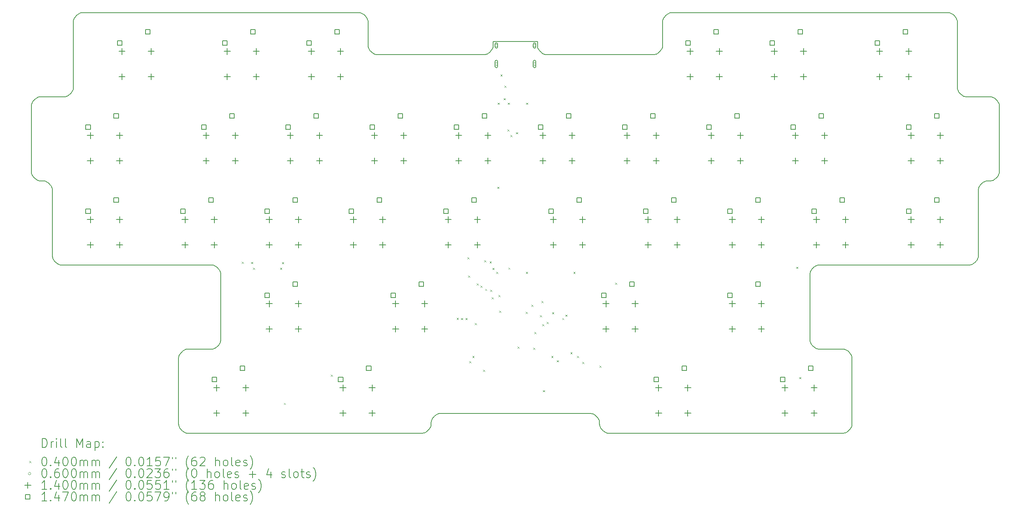
<source format=gbr>
%TF.GenerationSoftware,KiCad,Pcbnew,6.0.8-1.fc36*%
%TF.CreationDate,2022-10-15T08:34:22+02:00*%
%TF.ProjectId,klacker_small,6b6c6163-6b65-4725-9f73-6d616c6c2e6b,rev?*%
%TF.SameCoordinates,Original*%
%TF.FileFunction,Drillmap*%
%TF.FilePolarity,Positive*%
%FSLAX45Y45*%
G04 Gerber Fmt 4.5, Leading zero omitted, Abs format (unit mm)*
G04 Created by KiCad (PCBNEW 6.0.8-1.fc36) date 2022-10-15 08:34:22*
%MOMM*%
%LPD*%
G01*
G04 APERTURE LIST*
%ADD10C,0.200000*%
%ADD11C,0.040000*%
%ADD12C,0.060000*%
%ADD13C,0.140000*%
%ADD14C,0.147000*%
G04 APERTURE END LIST*
D10*
X19534057Y-9378335D02*
X19542091Y-9397414D01*
X19552650Y-9416702D01*
X19563998Y-9433749D01*
X19573635Y-9446327D01*
X2540615Y-7624893D02*
X2521536Y-7616859D01*
X2502248Y-7606300D01*
X2485201Y-7594952D01*
X2472623Y-7585315D01*
X20474240Y-9707438D02*
X20478154Y-9727205D01*
X20478750Y-9737700D01*
X1996373Y-5680315D02*
X1980268Y-5666260D01*
X1965218Y-5651121D01*
X1951407Y-5635115D01*
X1939021Y-5618461D01*
X1928242Y-5601374D01*
X1925039Y-5595621D01*
X23642762Y-5723190D02*
X23622995Y-5727104D01*
X23612500Y-5727700D01*
X6186740Y-9367962D02*
X6190654Y-9348195D01*
X6191250Y-9337700D01*
X2657500Y-3822700D02*
X2678284Y-3820481D01*
X2698135Y-3814893D01*
X9520490Y-2087438D02*
X9524404Y-2107205D01*
X9525000Y-2117700D01*
X14923115Y-11434893D02*
X14904035Y-11426859D01*
X14884748Y-11416300D01*
X14867701Y-11404952D01*
X14855123Y-11395315D01*
X1905000Y-4022700D02*
X1907219Y-4001916D01*
X1912807Y-3982065D01*
X5243260Y-11272962D02*
X5239346Y-11253195D01*
X5238750Y-11242700D01*
X14716365Y-11086573D02*
X14702310Y-11070468D01*
X14687171Y-11055418D01*
X14671165Y-11041607D01*
X14654511Y-11029221D01*
X14637424Y-11018442D01*
X14631671Y-11015239D01*
X5438750Y-11442700D02*
X10753750Y-11442700D01*
X16192500Y-2117700D02*
X16192500Y-2670200D01*
X5238750Y-9737700D02*
X5238750Y-11242700D01*
X14783789Y-11310621D02*
X14774980Y-11292194D01*
X14768260Y-11272962D01*
X23356289Y-5859779D02*
X23347480Y-5878205D01*
X23340760Y-5897438D01*
X6099877Y-9490315D02*
X6115982Y-9476260D01*
X6131032Y-9461121D01*
X6144843Y-9445116D01*
X6157229Y-9428461D01*
X6168008Y-9411374D01*
X6171211Y-9405621D01*
X6021512Y-7637210D02*
X6001745Y-7633296D01*
X5991250Y-7632700D01*
X20478750Y-11242700D02*
X20478750Y-9737700D01*
X11045123Y-11042585D02*
X11029018Y-11056640D01*
X11013968Y-11071779D01*
X11000157Y-11087784D01*
X10987771Y-11104439D01*
X10976992Y-11121526D01*
X10973789Y-11127279D01*
X23495615Y-5735507D02*
X23476535Y-5743540D01*
X23457248Y-5754099D01*
X23440201Y-5765448D01*
X23427623Y-5775085D01*
X23680421Y-5707661D02*
X23661994Y-5716470D01*
X23642762Y-5723190D01*
X22660000Y-1917700D02*
X16392500Y-1917700D01*
X19726250Y-7632700D02*
X19705466Y-7634919D01*
X19685615Y-7640507D01*
X20278750Y-9537700D02*
X19726250Y-9537700D01*
X16172461Y-2738121D02*
X16181270Y-2719695D01*
X16187990Y-2700462D01*
X6171211Y-9405621D02*
X6180020Y-9387195D01*
X6186740Y-9367962D01*
X1905000Y-4022700D02*
X1905000Y-5527700D01*
X2373443Y-5887065D02*
X2365409Y-5867985D01*
X2354850Y-5848698D01*
X2343502Y-5831651D01*
X2333865Y-5819073D01*
X3027238Y-1922210D02*
X3047005Y-1918296D01*
X3057500Y-1917700D01*
X14594012Y-10999710D02*
X14574245Y-10995796D01*
X14563750Y-10995200D01*
X19526250Y-9337700D02*
X19526250Y-7832700D01*
X2766127Y-3775315D02*
X2782232Y-3761260D01*
X2797282Y-3746121D01*
X2811093Y-3730115D01*
X2823479Y-3713461D01*
X2834258Y-3696374D01*
X2837461Y-3690621D01*
X1912807Y-3982065D02*
X1920840Y-3962985D01*
X1931399Y-3943698D01*
X1942748Y-3926651D01*
X1952385Y-3914073D01*
X23336250Y-7432700D02*
X23334031Y-7453484D01*
X23328443Y-7473335D01*
X23029738Y-3818190D02*
X23049505Y-3822104D01*
X23060000Y-3822700D01*
X23427623Y-5775085D02*
X23411518Y-5789139D01*
X23396468Y-5804279D01*
X23382657Y-5820284D01*
X23370271Y-5836939D01*
X23359492Y-5854026D01*
X23356289Y-5859779D01*
X10945943Y-11283335D02*
X10937909Y-11302414D01*
X10927350Y-11321701D01*
X10916002Y-11338749D01*
X10906365Y-11351327D01*
X19726250Y-7632700D02*
X23136250Y-7632700D01*
X9365635Y-1925507D02*
X9384714Y-1933540D01*
X9404002Y-1944099D01*
X9421049Y-1955448D01*
X9433627Y-1965085D01*
X12358750Y-2570200D02*
X12358750Y-2670200D01*
X5991250Y-9537700D02*
X6012034Y-9535481D01*
X6031885Y-9529893D01*
X23807990Y-3992438D02*
X23811904Y-4012205D01*
X23812500Y-4022700D01*
X16192500Y-2117700D02*
X16194719Y-2096916D01*
X16200307Y-2077065D01*
X2037079Y-3842739D02*
X2055505Y-3833930D01*
X2074738Y-3827210D01*
X14963750Y-11442700D02*
X14942966Y-11440481D01*
X14923115Y-11434893D01*
X13358750Y-2670200D02*
X13358750Y-2570200D01*
X22855490Y-2087438D02*
X22859404Y-2107205D01*
X22860000Y-2117700D01*
X22992079Y-3802661D02*
X23010505Y-3811470D01*
X23029738Y-3818190D01*
X23328443Y-7473335D02*
X23320409Y-7492414D01*
X23309850Y-7511701D01*
X23298502Y-7528749D01*
X23288865Y-7541327D01*
X16362238Y-1922210D02*
X16382005Y-1918296D01*
X16392500Y-1917700D01*
X5238750Y-9737700D02*
X5240969Y-9716916D01*
X5246557Y-9697065D01*
X2211512Y-5732210D02*
X2191745Y-5728296D01*
X2181250Y-5727700D01*
X22867807Y-3663335D02*
X22875840Y-3682414D01*
X22886399Y-3701701D01*
X22897748Y-3718749D01*
X22907385Y-3731327D01*
X23204171Y-7612661D02*
X23185744Y-7621470D01*
X23166512Y-7628190D01*
X11153750Y-10995200D02*
X14563750Y-10995200D01*
X22907385Y-3731327D02*
X22921439Y-3747432D01*
X22936579Y-3762482D01*
X22952584Y-3776293D01*
X22969239Y-3788679D01*
X22986326Y-3799458D01*
X22992079Y-3802661D01*
X9525000Y-2670200D02*
X9525000Y-2117700D01*
X10821671Y-11422661D02*
X10803245Y-11431470D01*
X10784012Y-11438190D01*
X2904885Y-2009073D02*
X2918939Y-1992968D01*
X2934079Y-1977918D01*
X2950084Y-1964107D01*
X2966739Y-1951721D01*
X2983826Y-1940942D01*
X2989579Y-1937739D01*
X23536250Y-5727700D02*
X23515466Y-5729919D01*
X23495615Y-5735507D01*
X5246557Y-9697065D02*
X5254591Y-9677986D01*
X5265150Y-9658698D01*
X5276498Y-9641651D01*
X5286135Y-9629073D01*
X2989579Y-1937739D02*
X3008005Y-1928930D01*
X3027238Y-1922210D01*
X20346671Y-11422661D02*
X20328245Y-11431470D01*
X20309012Y-11438190D01*
X20309012Y-11438190D02*
X20289245Y-11442104D01*
X20278750Y-11442700D01*
X23765115Y-5636327D02*
X23751060Y-5652432D01*
X23735921Y-5667482D01*
X23719915Y-5681293D01*
X23703261Y-5693679D01*
X23686174Y-5704458D01*
X23680421Y-5707661D01*
X19617623Y-7680085D02*
X19601518Y-7694139D01*
X19586468Y-7709279D01*
X19572657Y-7725284D01*
X19560271Y-7741939D01*
X19549492Y-7759026D01*
X19546289Y-7764779D01*
X23792461Y-3954779D02*
X23801270Y-3973205D01*
X23807990Y-3992438D01*
X2064365Y-5719893D02*
X2045285Y-5711859D01*
X2025998Y-5701300D01*
X2008951Y-5689952D01*
X1996373Y-5680315D01*
X5286135Y-9629073D02*
X5300190Y-9612968D01*
X5315329Y-9597918D01*
X5331334Y-9584107D01*
X5347989Y-9571721D01*
X5365076Y-9560942D01*
X5370829Y-9557739D01*
X2385760Y-7462962D02*
X2381846Y-7443195D01*
X2381250Y-7432700D01*
X9325000Y-1917700D02*
X3057500Y-1917700D01*
X16200307Y-2077065D02*
X16208340Y-2057985D01*
X16218899Y-2038698D01*
X16230248Y-2021651D01*
X16239885Y-2009073D01*
X14768260Y-11272962D02*
X14764346Y-11253195D01*
X14763750Y-11242700D01*
X20470943Y-11283335D02*
X20462909Y-11302414D01*
X20452350Y-11321701D01*
X20441002Y-11338749D01*
X20431365Y-11351327D01*
X14855123Y-11395315D02*
X14839018Y-11381260D01*
X14823968Y-11366121D01*
X14810157Y-11350115D01*
X14797771Y-11333461D01*
X14786992Y-11316374D01*
X14783789Y-11310621D01*
X16033135Y-2862393D02*
X16052214Y-2854359D01*
X16071501Y-2843800D01*
X16088549Y-2832452D01*
X16101127Y-2822815D01*
X12158750Y-2870200D02*
X12179534Y-2867981D01*
X12199385Y-2862393D01*
X10784012Y-11438190D02*
X10764245Y-11442104D01*
X10753750Y-11442700D01*
X20458711Y-9669779D02*
X20467520Y-9688205D01*
X20474240Y-9707438D01*
X10906365Y-11351327D02*
X10892310Y-11367432D01*
X10877171Y-11382482D01*
X10861166Y-11396293D01*
X10844511Y-11408679D01*
X10827424Y-11419458D01*
X10821671Y-11422661D01*
X14755943Y-11154565D02*
X14747909Y-11135486D01*
X14737350Y-11116198D01*
X14726002Y-11099151D01*
X14716365Y-11086573D01*
X23721127Y-3870085D02*
X23737232Y-3884139D01*
X23752282Y-3899279D01*
X23766093Y-3915284D01*
X23778479Y-3931939D01*
X23789258Y-3949026D01*
X23792461Y-3954779D01*
X19573635Y-9446327D02*
X19587690Y-9462432D01*
X19602829Y-9477482D01*
X19618834Y-9491293D01*
X19635489Y-9503679D01*
X19652576Y-9514458D01*
X19658329Y-9517661D01*
X9433627Y-1965085D02*
X9449732Y-1979139D01*
X9464782Y-1994279D01*
X9478593Y-2010284D01*
X9490979Y-2026939D01*
X9501758Y-2044026D01*
X9504961Y-2049779D01*
X23653135Y-3830507D02*
X23672214Y-3838540D01*
X23691501Y-3849099D01*
X23708549Y-3860448D01*
X23721127Y-3870085D01*
X5398115Y-11434893D02*
X5379036Y-11426859D01*
X5359748Y-11416300D01*
X5342701Y-11404952D01*
X5330123Y-11395315D01*
X2472623Y-7585315D02*
X2456518Y-7571260D01*
X2441468Y-7556121D01*
X2427657Y-7540115D01*
X2415271Y-7523461D01*
X2404492Y-7506374D01*
X2401289Y-7500621D01*
X9532807Y-2710835D02*
X9540841Y-2729914D01*
X9551400Y-2749202D01*
X9562748Y-2766249D01*
X9572385Y-2778827D01*
X23536250Y-5727700D02*
X23612500Y-5727700D01*
X6191250Y-7832700D02*
X6189031Y-7811916D01*
X6183443Y-7792065D01*
X5330123Y-11395315D02*
X5314018Y-11381260D01*
X5298968Y-11366121D01*
X5285157Y-11350115D01*
X5272771Y-11333461D01*
X5261992Y-11316374D01*
X5258789Y-11310621D01*
X10953750Y-11242700D02*
X10951531Y-11263484D01*
X10945943Y-11283335D01*
X23612500Y-3822700D02*
X23060000Y-3822700D01*
X2857500Y-2117700D02*
X2857500Y-3622700D01*
X23340760Y-5897438D02*
X23336846Y-5917205D01*
X23336250Y-5927700D01*
X15992500Y-2870200D02*
X16013284Y-2867981D01*
X16033135Y-2862393D01*
X16324579Y-1937739D02*
X16343005Y-1928930D01*
X16362238Y-1922210D01*
X6183443Y-7792065D02*
X6175409Y-7772985D01*
X6164850Y-7753698D01*
X6153502Y-7736651D01*
X6143865Y-7724073D01*
X10953750Y-11242700D02*
X10953750Y-11195200D01*
X6191250Y-7832700D02*
X6191250Y-9337700D01*
X10973789Y-11127279D02*
X10964980Y-11145705D01*
X10958260Y-11164938D01*
X1952385Y-3914073D02*
X1966439Y-3897968D01*
X1981579Y-3882918D01*
X1997584Y-3869107D01*
X2014239Y-3856721D01*
X2031326Y-3845942D01*
X2037079Y-3842739D01*
X13406135Y-2778827D02*
X13420189Y-2794932D01*
X13435329Y-2809982D01*
X13451334Y-2823793D01*
X13467989Y-2836179D01*
X13485076Y-2846958D01*
X13490829Y-2850161D01*
X2381250Y-5927700D02*
X2381250Y-7432700D01*
X23804693Y-5568335D02*
X23796659Y-5587414D01*
X23786100Y-5606701D01*
X23774752Y-5623749D01*
X23765115Y-5636327D01*
X20278750Y-9537700D02*
X20299534Y-9539919D01*
X20319385Y-9545507D01*
X11113115Y-11003007D02*
X11094036Y-11011041D01*
X11074748Y-11021600D01*
X11057701Y-11032948D01*
X11045123Y-11042585D01*
X23336250Y-7432700D02*
X23336250Y-5927700D01*
X2333865Y-5819073D02*
X2319810Y-5802968D01*
X2304671Y-5787918D01*
X2288666Y-5774107D01*
X2272011Y-5761721D01*
X2254924Y-5750942D01*
X2249171Y-5747739D01*
X5370829Y-9557739D02*
X5389255Y-9548930D01*
X5408488Y-9542210D01*
X19530760Y-7802438D02*
X19526846Y-7822205D01*
X19526250Y-7832700D01*
X19526250Y-9337700D02*
X19528469Y-9358484D01*
X19534057Y-9378335D01*
X19658329Y-9517661D02*
X19676755Y-9526470D01*
X19695988Y-9533190D01*
X5408488Y-9542210D02*
X5428255Y-9538296D01*
X5438750Y-9537700D01*
X2657500Y-3822700D02*
X2105000Y-3822700D01*
X1925039Y-5595621D02*
X1916230Y-5577195D01*
X1909510Y-5557962D01*
X11153750Y-10995200D02*
X11132966Y-10997419D01*
X11113115Y-11003007D01*
X5438750Y-11442700D02*
X5417966Y-11440481D01*
X5398115Y-11434893D01*
X2381250Y-5927700D02*
X2379031Y-5906916D01*
X2373443Y-5887065D01*
X23166512Y-7628190D02*
X23146745Y-7632104D01*
X23136250Y-7632700D01*
X6143865Y-7724073D02*
X6129810Y-7707968D01*
X6114671Y-7692918D01*
X6098665Y-7679107D01*
X6082011Y-7666721D01*
X6064924Y-7655942D01*
X6059171Y-7652739D01*
X13358750Y-2570200D02*
X12358750Y-2570200D01*
X2105000Y-5727700D02*
X2084216Y-5725481D01*
X2064365Y-5719893D01*
X22768627Y-1965085D02*
X22784732Y-1979139D01*
X22799782Y-1994279D01*
X22813593Y-2010284D01*
X22825979Y-2026939D01*
X22836758Y-2044026D01*
X22839961Y-2049779D01*
X19685615Y-7640507D02*
X19666536Y-7648540D01*
X19647248Y-7659099D01*
X19630201Y-7670448D01*
X19617623Y-7680085D01*
X2074738Y-3827210D02*
X2094505Y-3823296D01*
X2105000Y-3822700D01*
X19695988Y-9533190D02*
X19715755Y-9537104D01*
X19726250Y-9537700D01*
X20319385Y-9545507D02*
X20338464Y-9553541D01*
X20357752Y-9564100D01*
X20374799Y-9575448D01*
X20387377Y-9585085D01*
X13528488Y-2865690D02*
X13548255Y-2869604D01*
X13558750Y-2870200D01*
X9657079Y-2850161D02*
X9675505Y-2858970D01*
X9694738Y-2865690D01*
X2698135Y-3814893D02*
X2717214Y-3806859D01*
X2736502Y-3796300D01*
X2753549Y-3784952D01*
X2766127Y-3775315D01*
X12199385Y-2862393D02*
X12218464Y-2854359D01*
X12237751Y-2843800D01*
X12254799Y-2832452D01*
X12267377Y-2822815D01*
X9694738Y-2865690D02*
X9714505Y-2869604D01*
X9725000Y-2870200D01*
X23812500Y-5527700D02*
X23810281Y-5548484D01*
X23804693Y-5568335D01*
X22700635Y-1925507D02*
X22719714Y-1933540D01*
X22739001Y-1944099D01*
X22756049Y-1955448D01*
X22768627Y-1965085D01*
X13490829Y-2850161D02*
X13509255Y-2858970D01*
X13528488Y-2865690D01*
X2857500Y-2117700D02*
X2859719Y-2096916D01*
X2865307Y-2077065D01*
X23288865Y-7541327D02*
X23274810Y-7557432D01*
X23259671Y-7572482D01*
X23243665Y-7586293D01*
X23227011Y-7598679D01*
X23209924Y-7609458D01*
X23204171Y-7612661D01*
X2865307Y-2077065D02*
X2873340Y-2057985D01*
X2883899Y-2038698D01*
X2895248Y-2021651D01*
X2904885Y-2009073D01*
X1909510Y-5557962D02*
X1905596Y-5538195D01*
X1905000Y-5527700D01*
X15992500Y-2870200D02*
X13558750Y-2870200D01*
X9525000Y-2670200D02*
X9527219Y-2690984D01*
X9532807Y-2710835D01*
X2249171Y-5747739D02*
X2230745Y-5738930D01*
X2211512Y-5732210D01*
X2852990Y-3652962D02*
X2856904Y-3633195D01*
X2857500Y-3622700D01*
X22860000Y-3622700D02*
X22860000Y-2117700D01*
X14763750Y-11195200D02*
X14761531Y-11174416D01*
X14755943Y-11154565D01*
X23812500Y-5527700D02*
X23812500Y-4022700D01*
X14631671Y-11015239D02*
X14613244Y-11006430D01*
X14594012Y-10999710D01*
X14963750Y-11442700D02*
X20278750Y-11442700D01*
X5258789Y-11310621D02*
X5249980Y-11292194D01*
X5243260Y-11272962D01*
X2837461Y-3690621D02*
X2846270Y-3672194D01*
X2852990Y-3652962D01*
X16101127Y-2822815D02*
X16117232Y-2808760D01*
X16132282Y-2793621D01*
X16146093Y-2777616D01*
X16158479Y-2760961D01*
X16169258Y-2743874D01*
X16172461Y-2738121D01*
X6031885Y-9529893D02*
X6050964Y-9521859D01*
X6070251Y-9511300D01*
X6087299Y-9499952D01*
X6099877Y-9490315D01*
X2105000Y-5727700D02*
X2181250Y-5727700D01*
X13366557Y-2710835D02*
X13374590Y-2729914D01*
X13385149Y-2749202D01*
X13396498Y-2766249D01*
X13406135Y-2778827D01*
X20387377Y-9585085D02*
X20403482Y-9599140D01*
X20418532Y-9614279D01*
X20432343Y-9630284D01*
X20444729Y-9646939D01*
X20455508Y-9664026D01*
X20458711Y-9669779D01*
X2581250Y-7632700D02*
X2560466Y-7630481D01*
X2540615Y-7624893D01*
X12158750Y-2870200D02*
X9725000Y-2870200D01*
X9325000Y-1917700D02*
X9345784Y-1919919D01*
X9365635Y-1925507D01*
X10958260Y-11164938D02*
X10954346Y-11184705D01*
X10953750Y-11195200D01*
X5991250Y-9537700D02*
X5438750Y-9537700D01*
X9504961Y-2049779D02*
X9513770Y-2068205D01*
X9520490Y-2087438D01*
X14763750Y-11195200D02*
X14763750Y-11242700D01*
X16239885Y-2009073D02*
X16253939Y-1992968D01*
X16269079Y-1977918D01*
X16285084Y-1964107D01*
X16301739Y-1951721D01*
X16318826Y-1940942D01*
X16324579Y-1937739D01*
X12338711Y-2738121D02*
X12347520Y-2719695D01*
X12354240Y-2700462D01*
X9572385Y-2778827D02*
X9586440Y-2794932D01*
X9601579Y-2809982D01*
X9617584Y-2823793D01*
X9634239Y-2836179D01*
X9651326Y-2846958D01*
X9657079Y-2850161D01*
X19546289Y-7764779D02*
X19537480Y-7783205D01*
X19530760Y-7802438D01*
X13358750Y-2670200D02*
X13360969Y-2690984D01*
X13366557Y-2710835D01*
X2401289Y-7500621D02*
X2392480Y-7482194D01*
X2385760Y-7462962D01*
X22860000Y-3622700D02*
X22862219Y-3643484D01*
X22867807Y-3663335D01*
X20478750Y-11242700D02*
X20476531Y-11263484D01*
X20470943Y-11283335D01*
X16187990Y-2700462D02*
X16191904Y-2680695D01*
X16192500Y-2670200D01*
X20431365Y-11351327D02*
X20417310Y-11367432D01*
X20402171Y-11382482D01*
X20386166Y-11396293D01*
X20369511Y-11408679D01*
X20352424Y-11419458D01*
X20346671Y-11422661D01*
X22839961Y-2049779D02*
X22848770Y-2068205D01*
X22855490Y-2087438D01*
X12267377Y-2822815D02*
X12283482Y-2808760D01*
X12298532Y-2793621D01*
X12312343Y-2777616D01*
X12324729Y-2760961D01*
X12335508Y-2743874D01*
X12338711Y-2738121D01*
X22660000Y-1917700D02*
X22680784Y-1919919D01*
X22700635Y-1925507D01*
X2581250Y-7632700D02*
X5991250Y-7632700D01*
X12354240Y-2700462D02*
X12358154Y-2680695D01*
X12358750Y-2670200D01*
X23612500Y-3822700D02*
X23633284Y-3824919D01*
X23653135Y-3830507D01*
X6059171Y-7652739D02*
X6040744Y-7643930D01*
X6021512Y-7637210D01*
D11*
X6668000Y-7558000D02*
X6708000Y-7598000D01*
X6708000Y-7558000D02*
X6668000Y-7598000D01*
X6879000Y-7564000D02*
X6919000Y-7604000D01*
X6919000Y-7564000D02*
X6879000Y-7604000D01*
X6920000Y-7694000D02*
X6960000Y-7734000D01*
X6960000Y-7694000D02*
X6920000Y-7734000D01*
X7535000Y-7694000D02*
X7575000Y-7734000D01*
X7575000Y-7694000D02*
X7535000Y-7734000D01*
X7578000Y-7570000D02*
X7618000Y-7610000D01*
X7618000Y-7570000D02*
X7578000Y-7610000D01*
X7620000Y-10755000D02*
X7660000Y-10795000D01*
X7660000Y-10755000D02*
X7620000Y-10795000D01*
X8680000Y-10117500D02*
X8720000Y-10157500D01*
X8720000Y-10117500D02*
X8680000Y-10157500D01*
X11530307Y-8826069D02*
X11570307Y-8866069D01*
X11570307Y-8826069D02*
X11530307Y-8866069D01*
X11630050Y-8832500D02*
X11670050Y-8872500D01*
X11670050Y-8832500D02*
X11630050Y-8872500D01*
X11730000Y-8832500D02*
X11770000Y-8872500D01*
X11770000Y-8832500D02*
X11730000Y-8872500D01*
X11775000Y-7460001D02*
X11815000Y-7500001D01*
X11815000Y-7460001D02*
X11775000Y-7500001D01*
X11787500Y-7869950D02*
X11827500Y-7909950D01*
X11827500Y-7869950D02*
X11787500Y-7909950D01*
X11816400Y-9809800D02*
X11856400Y-9849800D01*
X11856400Y-9809800D02*
X11816400Y-9849800D01*
X11885400Y-9690000D02*
X11925400Y-9730000D01*
X11925400Y-9690000D02*
X11885400Y-9730000D01*
X11943930Y-8946541D02*
X11983930Y-8986541D01*
X11983930Y-8946541D02*
X11943930Y-8986541D01*
X11982500Y-8050000D02*
X12022500Y-8090000D01*
X12022500Y-8050000D02*
X11982500Y-8090000D01*
X12070050Y-8102500D02*
X12110050Y-8142500D01*
X12110050Y-8102500D02*
X12070050Y-8142500D01*
X12127500Y-10005000D02*
X12167500Y-10045000D01*
X12167500Y-10005000D02*
X12127500Y-10045000D01*
X12155000Y-7525000D02*
X12195000Y-7565000D01*
X12195000Y-7525000D02*
X12155000Y-7565000D01*
X12175424Y-8172959D02*
X12215424Y-8212959D01*
X12215424Y-8172959D02*
X12175424Y-8212959D01*
X12275000Y-7550000D02*
X12315000Y-7590000D01*
X12315000Y-7550000D02*
X12275000Y-7590000D01*
X12290000Y-8195000D02*
X12330000Y-8235000D01*
X12330000Y-8195000D02*
X12290000Y-8235000D01*
X12324400Y-8362000D02*
X12364400Y-8402000D01*
X12364400Y-8362000D02*
X12324400Y-8402000D01*
X12340000Y-7697500D02*
X12380000Y-7737500D01*
X12380000Y-7697500D02*
X12340000Y-7737500D01*
X12425000Y-7785000D02*
X12465000Y-7825000D01*
X12465000Y-7785000D02*
X12425000Y-7825000D01*
X12452500Y-5860000D02*
X12492500Y-5900000D01*
X12492500Y-5860000D02*
X12452500Y-5900000D01*
X12457500Y-3955000D02*
X12497500Y-3995000D01*
X12497500Y-3955000D02*
X12457500Y-3995000D01*
X12475000Y-8310000D02*
X12515000Y-8350000D01*
X12515000Y-8310000D02*
X12475000Y-8350000D01*
X12490000Y-8670000D02*
X12530000Y-8710000D01*
X12530000Y-8670000D02*
X12490000Y-8710000D01*
X12521000Y-3315923D02*
X12561000Y-3355923D01*
X12561000Y-3315923D02*
X12521000Y-3355923D01*
X12594000Y-3854000D02*
X12634000Y-3894000D01*
X12634000Y-3854000D02*
X12594000Y-3894000D01*
X12611000Y-3570923D02*
X12651000Y-3610923D01*
X12651000Y-3570923D02*
X12611000Y-3610923D01*
X12678550Y-4559000D02*
X12718550Y-4599000D01*
X12718550Y-4559000D02*
X12678550Y-4599000D01*
X12684000Y-3957000D02*
X12724000Y-3997000D01*
X12724000Y-3957000D02*
X12684000Y-3997000D01*
X12700000Y-7690000D02*
X12740000Y-7730000D01*
X12740000Y-7690000D02*
X12700000Y-7730000D01*
X12748000Y-4688000D02*
X12788000Y-4728000D01*
X12788000Y-4688000D02*
X12748000Y-4728000D01*
X12874000Y-4625000D02*
X12914000Y-4665000D01*
X12914000Y-4625000D02*
X12874000Y-4665000D01*
X12908600Y-9479600D02*
X12948600Y-9519600D01*
X12948600Y-9479600D02*
X12908600Y-9519600D01*
X13094950Y-8691631D02*
X13134950Y-8731631D01*
X13134950Y-8691631D02*
X13094950Y-8731631D01*
X13097500Y-7785000D02*
X13137500Y-7825000D01*
X13137500Y-7785000D02*
X13097500Y-7825000D01*
X13099200Y-3955000D02*
X13139200Y-3995000D01*
X13139200Y-3955000D02*
X13099200Y-3995000D01*
X13222500Y-8530000D02*
X13262500Y-8570000D01*
X13262500Y-8530000D02*
X13222500Y-8570000D01*
X13264200Y-9505000D02*
X13304200Y-9545000D01*
X13304200Y-9505000D02*
X13264200Y-9545000D01*
X13289600Y-9149400D02*
X13329600Y-9189400D01*
X13329600Y-9149400D02*
X13289600Y-9189400D01*
X13416600Y-8768400D02*
X13456600Y-8808400D01*
X13456600Y-8768400D02*
X13416600Y-8808400D01*
X13447500Y-8447500D02*
X13487500Y-8487500D01*
X13487500Y-8447500D02*
X13447500Y-8487500D01*
X13467830Y-8972030D02*
X13507830Y-9012030D01*
X13507830Y-8972030D02*
X13467830Y-9012030D01*
X13485000Y-10467500D02*
X13525000Y-10507500D01*
X13525000Y-10467500D02*
X13485000Y-10507500D01*
X13565000Y-8920000D02*
X13605000Y-8960000D01*
X13605000Y-8920000D02*
X13565000Y-8960000D01*
X13672500Y-9690000D02*
X13712500Y-9730000D01*
X13712500Y-9690000D02*
X13672500Y-9730000D01*
X13689000Y-8703000D02*
X13729000Y-8743000D01*
X13729000Y-8703000D02*
X13689000Y-8743000D01*
X13797500Y-9790000D02*
X13837500Y-9830000D01*
X13837500Y-9790000D02*
X13797500Y-9830000D01*
X13917877Y-8832123D02*
X13957877Y-8872123D01*
X13957877Y-8832123D02*
X13917877Y-8872123D01*
X13992123Y-8757877D02*
X14032123Y-8797877D01*
X14032123Y-8757877D02*
X13992123Y-8797877D01*
X14105000Y-9605050D02*
X14145000Y-9645050D01*
X14145000Y-9605050D02*
X14105000Y-9645050D01*
X14172500Y-7785000D02*
X14212500Y-7825000D01*
X14212500Y-7785000D02*
X14172500Y-7825000D01*
X14250000Y-9690000D02*
X14290000Y-9730000D01*
X14290000Y-9690000D02*
X14250000Y-9730000D01*
X14369000Y-9829000D02*
X14409000Y-9869000D01*
X14409000Y-9829000D02*
X14369000Y-9869000D01*
X14762800Y-9911400D02*
X14802800Y-9951400D01*
X14802800Y-9911400D02*
X14762800Y-9951400D01*
X15118400Y-8031800D02*
X15158400Y-8071800D01*
X15158400Y-8031800D02*
X15118400Y-8071800D01*
X19217000Y-7673000D02*
X19257000Y-7713000D01*
X19257000Y-7673000D02*
X19217000Y-7713000D01*
X19284000Y-10171000D02*
X19324000Y-10211000D01*
X19324000Y-10171000D02*
X19284000Y-10211000D01*
D12*
X12459000Y-2661750D02*
G75*
G03*
X12459000Y-2661750I-30000J0D01*
G01*
D10*
X12399000Y-2631750D02*
X12399000Y-2691750D01*
X12459000Y-2631750D02*
X12459000Y-2691750D01*
X12399000Y-2691750D02*
G75*
G03*
X12459000Y-2691750I30000J0D01*
G01*
X12459000Y-2631750D02*
G75*
G03*
X12399000Y-2631750I-30000J0D01*
G01*
D12*
X12459000Y-3079750D02*
G75*
G03*
X12459000Y-3079750I-30000J0D01*
G01*
D10*
X12399000Y-3024750D02*
X12399000Y-3134750D01*
X12459000Y-3024750D02*
X12459000Y-3134750D01*
X12399000Y-3134750D02*
G75*
G03*
X12459000Y-3134750I30000J0D01*
G01*
X12459000Y-3024750D02*
G75*
G03*
X12399000Y-3024750I-30000J0D01*
G01*
D12*
X13323000Y-2661750D02*
G75*
G03*
X13323000Y-2661750I-30000J0D01*
G01*
D10*
X13263000Y-2631750D02*
X13263000Y-2691750D01*
X13323000Y-2631750D02*
X13323000Y-2691750D01*
X13263000Y-2691750D02*
G75*
G03*
X13323000Y-2691750I30000J0D01*
G01*
X13323000Y-2631750D02*
G75*
G03*
X13263000Y-2631750I-30000J0D01*
G01*
D12*
X13323000Y-3079750D02*
G75*
G03*
X13323000Y-3079750I-30000J0D01*
G01*
D10*
X13263000Y-3024750D02*
X13263000Y-3134750D01*
X13323000Y-3024750D02*
X13323000Y-3134750D01*
X13263000Y-3134750D02*
G75*
G03*
X13323000Y-3134750I30000J0D01*
G01*
X13323000Y-3024750D02*
G75*
G03*
X13263000Y-3024750I-30000J0D01*
G01*
D13*
X3241875Y-4628500D02*
X3241875Y-4768500D01*
X3171875Y-4698500D02*
X3311875Y-4698500D01*
X3241875Y-5200500D02*
X3241875Y-5340500D01*
X3171875Y-5270500D02*
X3311875Y-5270500D01*
X3241875Y-6533500D02*
X3241875Y-6673500D01*
X3171875Y-6603500D02*
X3311875Y-6603500D01*
X3241875Y-7105500D02*
X3241875Y-7245500D01*
X3171875Y-7175500D02*
X3311875Y-7175500D01*
X3901875Y-4628500D02*
X3901875Y-4768500D01*
X3831875Y-4698500D02*
X3971875Y-4698500D01*
X3901875Y-5200500D02*
X3901875Y-5340500D01*
X3831875Y-5270500D02*
X3971875Y-5270500D01*
X3901875Y-6533500D02*
X3901875Y-6673500D01*
X3831875Y-6603500D02*
X3971875Y-6603500D01*
X3901875Y-7105500D02*
X3901875Y-7245500D01*
X3831875Y-7175500D02*
X3971875Y-7175500D01*
X3956250Y-2723500D02*
X3956250Y-2863500D01*
X3886250Y-2793500D02*
X4026250Y-2793500D01*
X3956250Y-3295500D02*
X3956250Y-3435500D01*
X3886250Y-3365500D02*
X4026250Y-3365500D01*
X4616250Y-2723500D02*
X4616250Y-2863500D01*
X4546250Y-2793500D02*
X4686250Y-2793500D01*
X4616250Y-3295500D02*
X4616250Y-3435500D01*
X4546250Y-3365500D02*
X4686250Y-3365500D01*
X5385000Y-6533500D02*
X5385000Y-6673500D01*
X5315000Y-6603500D02*
X5455000Y-6603500D01*
X5385000Y-7105500D02*
X5385000Y-7245500D01*
X5315000Y-7175500D02*
X5455000Y-7175500D01*
X5861250Y-4628500D02*
X5861250Y-4768500D01*
X5791250Y-4698500D02*
X5931250Y-4698500D01*
X5861250Y-5200500D02*
X5861250Y-5340500D01*
X5791250Y-5270500D02*
X5931250Y-5270500D01*
X6045000Y-6533500D02*
X6045000Y-6673500D01*
X5975000Y-6603500D02*
X6115000Y-6603500D01*
X6045000Y-7105500D02*
X6045000Y-7245500D01*
X5975000Y-7175500D02*
X6115000Y-7175500D01*
X6099400Y-10343500D02*
X6099400Y-10483500D01*
X6029400Y-10413500D02*
X6169400Y-10413500D01*
X6099400Y-10915500D02*
X6099400Y-11055500D01*
X6029400Y-10985500D02*
X6169400Y-10985500D01*
X6337500Y-2723500D02*
X6337500Y-2863500D01*
X6267500Y-2793500D02*
X6407500Y-2793500D01*
X6337500Y-3295500D02*
X6337500Y-3435500D01*
X6267500Y-3365500D02*
X6407500Y-3365500D01*
X6521250Y-4628500D02*
X6521250Y-4768500D01*
X6451250Y-4698500D02*
X6591250Y-4698500D01*
X6521250Y-5200500D02*
X6521250Y-5340500D01*
X6451250Y-5270500D02*
X6591250Y-5270500D01*
X6759400Y-10343500D02*
X6759400Y-10483500D01*
X6689400Y-10413500D02*
X6829400Y-10413500D01*
X6759400Y-10915500D02*
X6759400Y-11055500D01*
X6689400Y-10985500D02*
X6829400Y-10985500D01*
X6997500Y-2723500D02*
X6997500Y-2863500D01*
X6927500Y-2793500D02*
X7067500Y-2793500D01*
X6997500Y-3295500D02*
X6997500Y-3435500D01*
X6927500Y-3365500D02*
X7067500Y-3365500D01*
X7290000Y-6533500D02*
X7290000Y-6673500D01*
X7220000Y-6603500D02*
X7360000Y-6603500D01*
X7290000Y-7105500D02*
X7290000Y-7245500D01*
X7220000Y-7175500D02*
X7360000Y-7175500D01*
X7290000Y-8438500D02*
X7290000Y-8578500D01*
X7220000Y-8508500D02*
X7360000Y-8508500D01*
X7290000Y-9010500D02*
X7290000Y-9150500D01*
X7220000Y-9080500D02*
X7360000Y-9080500D01*
X7766250Y-4628500D02*
X7766250Y-4768500D01*
X7696250Y-4698500D02*
X7836250Y-4698500D01*
X7766250Y-5200500D02*
X7766250Y-5340500D01*
X7696250Y-5270500D02*
X7836250Y-5270500D01*
X7950000Y-6533500D02*
X7950000Y-6673500D01*
X7880000Y-6603500D02*
X8020000Y-6603500D01*
X7950000Y-7105500D02*
X7950000Y-7245500D01*
X7880000Y-7175500D02*
X8020000Y-7175500D01*
X7950000Y-8438500D02*
X7950000Y-8578500D01*
X7880000Y-8508500D02*
X8020000Y-8508500D01*
X7950000Y-9010500D02*
X7950000Y-9150500D01*
X7880000Y-9080500D02*
X8020000Y-9080500D01*
X8242500Y-2723500D02*
X8242500Y-2863500D01*
X8172500Y-2793500D02*
X8312500Y-2793500D01*
X8242500Y-3295500D02*
X8242500Y-3435500D01*
X8172500Y-3365500D02*
X8312500Y-3365500D01*
X8426250Y-4628500D02*
X8426250Y-4768500D01*
X8356250Y-4698500D02*
X8496250Y-4698500D01*
X8426250Y-5200500D02*
X8426250Y-5340500D01*
X8356250Y-5270500D02*
X8496250Y-5270500D01*
X8902500Y-2723500D02*
X8902500Y-2863500D01*
X8832500Y-2793500D02*
X8972500Y-2793500D01*
X8902500Y-3295500D02*
X8902500Y-3435500D01*
X8832500Y-3365500D02*
X8972500Y-3365500D01*
X8956900Y-10343500D02*
X8956900Y-10483500D01*
X8886900Y-10413500D02*
X9026900Y-10413500D01*
X8956900Y-10915500D02*
X8956900Y-11055500D01*
X8886900Y-10985500D02*
X9026900Y-10985500D01*
X9195000Y-6533500D02*
X9195000Y-6673500D01*
X9125000Y-6603500D02*
X9265000Y-6603500D01*
X9195000Y-7105500D02*
X9195000Y-7245500D01*
X9125000Y-7175500D02*
X9265000Y-7175500D01*
X9616900Y-10343500D02*
X9616900Y-10483500D01*
X9546900Y-10413500D02*
X9686900Y-10413500D01*
X9616900Y-10915500D02*
X9616900Y-11055500D01*
X9546900Y-10985500D02*
X9686900Y-10985500D01*
X9671250Y-4628500D02*
X9671250Y-4768500D01*
X9601250Y-4698500D02*
X9741250Y-4698500D01*
X9671250Y-5200500D02*
X9671250Y-5340500D01*
X9601250Y-5270500D02*
X9741250Y-5270500D01*
X9855000Y-6533500D02*
X9855000Y-6673500D01*
X9785000Y-6603500D02*
X9925000Y-6603500D01*
X9855000Y-7105500D02*
X9855000Y-7245500D01*
X9785000Y-7175500D02*
X9925000Y-7175500D01*
X10147500Y-8438500D02*
X10147500Y-8578500D01*
X10077500Y-8508500D02*
X10217500Y-8508500D01*
X10147500Y-9010500D02*
X10147500Y-9150500D01*
X10077500Y-9080500D02*
X10217500Y-9080500D01*
X10331250Y-4628500D02*
X10331250Y-4768500D01*
X10261250Y-4698500D02*
X10401250Y-4698500D01*
X10331250Y-5200500D02*
X10331250Y-5340500D01*
X10261250Y-5270500D02*
X10401250Y-5270500D01*
X10807500Y-8438500D02*
X10807500Y-8578500D01*
X10737500Y-8508500D02*
X10877500Y-8508500D01*
X10807500Y-9010500D02*
X10807500Y-9150500D01*
X10737500Y-9080500D02*
X10877500Y-9080500D01*
X11338125Y-6533500D02*
X11338125Y-6673500D01*
X11268125Y-6603500D02*
X11408125Y-6603500D01*
X11338125Y-7105500D02*
X11338125Y-7245500D01*
X11268125Y-7175500D02*
X11408125Y-7175500D01*
X11576250Y-4628500D02*
X11576250Y-4768500D01*
X11506250Y-4698500D02*
X11646250Y-4698500D01*
X11576250Y-5200500D02*
X11576250Y-5340500D01*
X11506250Y-5270500D02*
X11646250Y-5270500D01*
X11998125Y-6533500D02*
X11998125Y-6673500D01*
X11928125Y-6603500D02*
X12068125Y-6603500D01*
X11998125Y-7105500D02*
X11998125Y-7245500D01*
X11928125Y-7175500D02*
X12068125Y-7175500D01*
X12236250Y-4628500D02*
X12236250Y-4768500D01*
X12166250Y-4698500D02*
X12306250Y-4698500D01*
X12236250Y-5200500D02*
X12236250Y-5340500D01*
X12166250Y-5270500D02*
X12306250Y-5270500D01*
X13481250Y-4628500D02*
X13481250Y-4768500D01*
X13411250Y-4698500D02*
X13551250Y-4698500D01*
X13481250Y-5200500D02*
X13481250Y-5340500D01*
X13411250Y-5270500D02*
X13551250Y-5270500D01*
X13719375Y-6533500D02*
X13719375Y-6673500D01*
X13649375Y-6603500D02*
X13789375Y-6603500D01*
X13719375Y-7105500D02*
X13719375Y-7245500D01*
X13649375Y-7175500D02*
X13789375Y-7175500D01*
X14141250Y-4628500D02*
X14141250Y-4768500D01*
X14071250Y-4698500D02*
X14211250Y-4698500D01*
X14141250Y-5200500D02*
X14141250Y-5340500D01*
X14071250Y-5270500D02*
X14211250Y-5270500D01*
X14379375Y-6533500D02*
X14379375Y-6673500D01*
X14309375Y-6603500D02*
X14449375Y-6603500D01*
X14379375Y-7105500D02*
X14379375Y-7245500D01*
X14309375Y-7175500D02*
X14449375Y-7175500D01*
X14910000Y-8438500D02*
X14910000Y-8578500D01*
X14840000Y-8508500D02*
X14980000Y-8508500D01*
X14910000Y-9010500D02*
X14910000Y-9150500D01*
X14840000Y-9080500D02*
X14980000Y-9080500D01*
X15386250Y-4628500D02*
X15386250Y-4768500D01*
X15316250Y-4698500D02*
X15456250Y-4698500D01*
X15386250Y-5200500D02*
X15386250Y-5340500D01*
X15316250Y-5270500D02*
X15456250Y-5270500D01*
X15570000Y-8438500D02*
X15570000Y-8578500D01*
X15500000Y-8508500D02*
X15640000Y-8508500D01*
X15570000Y-9010500D02*
X15570000Y-9150500D01*
X15500000Y-9080500D02*
X15640000Y-9080500D01*
X15862500Y-6533500D02*
X15862500Y-6673500D01*
X15792500Y-6603500D02*
X15932500Y-6603500D01*
X15862500Y-7105500D02*
X15862500Y-7245500D01*
X15792500Y-7175500D02*
X15932500Y-7175500D01*
X16046250Y-4628500D02*
X16046250Y-4768500D01*
X15976250Y-4698500D02*
X16116250Y-4698500D01*
X16046250Y-5200500D02*
X16046250Y-5340500D01*
X15976250Y-5270500D02*
X16116250Y-5270500D01*
X16100600Y-10343500D02*
X16100600Y-10483500D01*
X16030600Y-10413500D02*
X16170600Y-10413500D01*
X16100600Y-10915500D02*
X16100600Y-11055500D01*
X16030600Y-10985500D02*
X16170600Y-10985500D01*
X16522500Y-6533500D02*
X16522500Y-6673500D01*
X16452500Y-6603500D02*
X16592500Y-6603500D01*
X16522500Y-7105500D02*
X16522500Y-7245500D01*
X16452500Y-7175500D02*
X16592500Y-7175500D01*
X16760600Y-10343500D02*
X16760600Y-10483500D01*
X16690600Y-10413500D02*
X16830600Y-10413500D01*
X16760600Y-10915500D02*
X16760600Y-11055500D01*
X16690600Y-10985500D02*
X16830600Y-10985500D01*
X16815000Y-2723500D02*
X16815000Y-2863500D01*
X16745000Y-2793500D02*
X16885000Y-2793500D01*
X16815000Y-3295500D02*
X16815000Y-3435500D01*
X16745000Y-3365500D02*
X16885000Y-3365500D01*
X17291250Y-4628500D02*
X17291250Y-4768500D01*
X17221250Y-4698500D02*
X17361250Y-4698500D01*
X17291250Y-5200500D02*
X17291250Y-5340500D01*
X17221250Y-5270500D02*
X17361250Y-5270500D01*
X17475000Y-2723500D02*
X17475000Y-2863500D01*
X17405000Y-2793500D02*
X17545000Y-2793500D01*
X17475000Y-3295500D02*
X17475000Y-3435500D01*
X17405000Y-3365500D02*
X17545000Y-3365500D01*
X17767500Y-6533500D02*
X17767500Y-6673500D01*
X17697500Y-6603500D02*
X17837500Y-6603500D01*
X17767500Y-7105500D02*
X17767500Y-7245500D01*
X17697500Y-7175500D02*
X17837500Y-7175500D01*
X17767500Y-8438500D02*
X17767500Y-8578500D01*
X17697500Y-8508500D02*
X17837500Y-8508500D01*
X17767500Y-9010500D02*
X17767500Y-9150500D01*
X17697500Y-9080500D02*
X17837500Y-9080500D01*
X17951250Y-4628500D02*
X17951250Y-4768500D01*
X17881250Y-4698500D02*
X18021250Y-4698500D01*
X17951250Y-5200500D02*
X17951250Y-5340500D01*
X17881250Y-5270500D02*
X18021250Y-5270500D01*
X18427500Y-6533500D02*
X18427500Y-6673500D01*
X18357500Y-6603500D02*
X18497500Y-6603500D01*
X18427500Y-7105500D02*
X18427500Y-7245500D01*
X18357500Y-7175500D02*
X18497500Y-7175500D01*
X18427500Y-8438500D02*
X18427500Y-8578500D01*
X18357500Y-8508500D02*
X18497500Y-8508500D01*
X18427500Y-9010500D02*
X18427500Y-9150500D01*
X18357500Y-9080500D02*
X18497500Y-9080500D01*
X18720000Y-2723500D02*
X18720000Y-2863500D01*
X18650000Y-2793500D02*
X18790000Y-2793500D01*
X18720000Y-3295500D02*
X18720000Y-3435500D01*
X18650000Y-3365500D02*
X18790000Y-3365500D01*
X18958100Y-10343500D02*
X18958100Y-10483500D01*
X18888100Y-10413500D02*
X19028100Y-10413500D01*
X18958100Y-10915500D02*
X18958100Y-11055500D01*
X18888100Y-10985500D02*
X19028100Y-10985500D01*
X19196250Y-4628500D02*
X19196250Y-4768500D01*
X19126250Y-4698500D02*
X19266250Y-4698500D01*
X19196250Y-5200500D02*
X19196250Y-5340500D01*
X19126250Y-5270500D02*
X19266250Y-5270500D01*
X19380000Y-2723500D02*
X19380000Y-2863500D01*
X19310000Y-2793500D02*
X19450000Y-2793500D01*
X19380000Y-3295500D02*
X19380000Y-3435500D01*
X19310000Y-3365500D02*
X19450000Y-3365500D01*
X19618100Y-10343500D02*
X19618100Y-10483500D01*
X19548100Y-10413500D02*
X19688100Y-10413500D01*
X19618100Y-10915500D02*
X19618100Y-11055500D01*
X19548100Y-10985500D02*
X19688100Y-10985500D01*
X19672500Y-6533500D02*
X19672500Y-6673500D01*
X19602500Y-6603500D02*
X19742500Y-6603500D01*
X19672500Y-7105500D02*
X19672500Y-7245500D01*
X19602500Y-7175500D02*
X19742500Y-7175500D01*
X19856250Y-4628500D02*
X19856250Y-4768500D01*
X19786250Y-4698500D02*
X19926250Y-4698500D01*
X19856250Y-5200500D02*
X19856250Y-5340500D01*
X19786250Y-5270500D02*
X19926250Y-5270500D01*
X20332500Y-6533500D02*
X20332500Y-6673500D01*
X20262500Y-6603500D02*
X20402500Y-6603500D01*
X20332500Y-7105500D02*
X20332500Y-7245500D01*
X20262500Y-7175500D02*
X20402500Y-7175500D01*
X21101250Y-2723500D02*
X21101250Y-2863500D01*
X21031250Y-2793500D02*
X21171250Y-2793500D01*
X21101250Y-3295500D02*
X21101250Y-3435500D01*
X21031250Y-3365500D02*
X21171250Y-3365500D01*
X21761250Y-2723500D02*
X21761250Y-2863500D01*
X21691250Y-2793500D02*
X21831250Y-2793500D01*
X21761250Y-3295500D02*
X21761250Y-3435500D01*
X21691250Y-3365500D02*
X21831250Y-3365500D01*
X21815625Y-4628500D02*
X21815625Y-4768500D01*
X21745625Y-4698500D02*
X21885625Y-4698500D01*
X21815625Y-5200500D02*
X21815625Y-5340500D01*
X21745625Y-5270500D02*
X21885625Y-5270500D01*
X21815625Y-6533500D02*
X21815625Y-6673500D01*
X21745625Y-6603500D02*
X21885625Y-6603500D01*
X21815625Y-7105500D02*
X21815625Y-7245500D01*
X21745625Y-7175500D02*
X21885625Y-7175500D01*
X22475625Y-4628500D02*
X22475625Y-4768500D01*
X22405625Y-4698500D02*
X22545625Y-4698500D01*
X22475625Y-5200500D02*
X22475625Y-5340500D01*
X22405625Y-5270500D02*
X22545625Y-5270500D01*
X22475625Y-6533500D02*
X22475625Y-6673500D01*
X22405625Y-6603500D02*
X22545625Y-6603500D01*
X22475625Y-7105500D02*
X22475625Y-7245500D01*
X22405625Y-7175500D02*
X22545625Y-7175500D01*
D14*
X3242848Y-4560473D02*
X3242848Y-4456527D01*
X3138902Y-4456527D01*
X3138902Y-4560473D01*
X3242848Y-4560473D01*
X3242848Y-6465473D02*
X3242848Y-6361527D01*
X3138902Y-6361527D01*
X3138902Y-6465473D01*
X3242848Y-6465473D01*
X3877848Y-4306473D02*
X3877848Y-4202527D01*
X3773902Y-4202527D01*
X3773902Y-4306473D01*
X3877848Y-4306473D01*
X3877848Y-6211473D02*
X3877848Y-6107527D01*
X3773902Y-6107527D01*
X3773902Y-6211473D01*
X3877848Y-6211473D01*
X3957223Y-2655473D02*
X3957223Y-2551527D01*
X3853277Y-2551527D01*
X3853277Y-2655473D01*
X3957223Y-2655473D01*
X4592223Y-2401473D02*
X4592223Y-2297527D01*
X4488277Y-2297527D01*
X4488277Y-2401473D01*
X4592223Y-2401473D01*
X5385973Y-6465473D02*
X5385973Y-6361527D01*
X5282027Y-6361527D01*
X5282027Y-6465473D01*
X5385973Y-6465473D01*
X5862223Y-4560473D02*
X5862223Y-4456527D01*
X5758277Y-4456527D01*
X5758277Y-4560473D01*
X5862223Y-4560473D01*
X6020973Y-6211473D02*
X6020973Y-6107527D01*
X5917027Y-6107527D01*
X5917027Y-6211473D01*
X6020973Y-6211473D01*
X6100373Y-10275473D02*
X6100373Y-10171527D01*
X5996427Y-10171527D01*
X5996427Y-10275473D01*
X6100373Y-10275473D01*
X6338473Y-2655473D02*
X6338473Y-2551527D01*
X6234527Y-2551527D01*
X6234527Y-2655473D01*
X6338473Y-2655473D01*
X6497223Y-4306473D02*
X6497223Y-4202527D01*
X6393277Y-4202527D01*
X6393277Y-4306473D01*
X6497223Y-4306473D01*
X6735373Y-10021473D02*
X6735373Y-9917527D01*
X6631427Y-9917527D01*
X6631427Y-10021473D01*
X6735373Y-10021473D01*
X6973473Y-2401473D02*
X6973473Y-2297527D01*
X6869527Y-2297527D01*
X6869527Y-2401473D01*
X6973473Y-2401473D01*
X7290973Y-6465473D02*
X7290973Y-6361527D01*
X7187027Y-6361527D01*
X7187027Y-6465473D01*
X7290973Y-6465473D01*
X7290973Y-8370473D02*
X7290973Y-8266527D01*
X7187027Y-8266527D01*
X7187027Y-8370473D01*
X7290973Y-8370473D01*
X7767223Y-4560473D02*
X7767223Y-4456527D01*
X7663277Y-4456527D01*
X7663277Y-4560473D01*
X7767223Y-4560473D01*
X7925973Y-6211473D02*
X7925973Y-6107527D01*
X7822027Y-6107527D01*
X7822027Y-6211473D01*
X7925973Y-6211473D01*
X7925973Y-8116473D02*
X7925973Y-8012527D01*
X7822027Y-8012527D01*
X7822027Y-8116473D01*
X7925973Y-8116473D01*
X8243473Y-2655473D02*
X8243473Y-2551527D01*
X8139527Y-2551527D01*
X8139527Y-2655473D01*
X8243473Y-2655473D01*
X8402223Y-4306473D02*
X8402223Y-4202527D01*
X8298277Y-4202527D01*
X8298277Y-4306473D01*
X8402223Y-4306473D01*
X8878473Y-2401473D02*
X8878473Y-2297527D01*
X8774527Y-2297527D01*
X8774527Y-2401473D01*
X8878473Y-2401473D01*
X8957873Y-10275473D02*
X8957873Y-10171527D01*
X8853927Y-10171527D01*
X8853927Y-10275473D01*
X8957873Y-10275473D01*
X9195973Y-6465473D02*
X9195973Y-6361527D01*
X9092027Y-6361527D01*
X9092027Y-6465473D01*
X9195973Y-6465473D01*
X9592873Y-10021473D02*
X9592873Y-9917527D01*
X9488927Y-9917527D01*
X9488927Y-10021473D01*
X9592873Y-10021473D01*
X9672223Y-4560473D02*
X9672223Y-4456527D01*
X9568277Y-4456527D01*
X9568277Y-4560473D01*
X9672223Y-4560473D01*
X9830973Y-6211473D02*
X9830973Y-6107527D01*
X9727027Y-6107527D01*
X9727027Y-6211473D01*
X9830973Y-6211473D01*
X10148473Y-8370473D02*
X10148473Y-8266527D01*
X10044527Y-8266527D01*
X10044527Y-8370473D01*
X10148473Y-8370473D01*
X10307223Y-4306473D02*
X10307223Y-4202527D01*
X10203277Y-4202527D01*
X10203277Y-4306473D01*
X10307223Y-4306473D01*
X10783473Y-8116473D02*
X10783473Y-8012527D01*
X10679527Y-8012527D01*
X10679527Y-8116473D01*
X10783473Y-8116473D01*
X11339098Y-6465473D02*
X11339098Y-6361527D01*
X11235152Y-6361527D01*
X11235152Y-6465473D01*
X11339098Y-6465473D01*
X11577223Y-4560473D02*
X11577223Y-4456527D01*
X11473277Y-4456527D01*
X11473277Y-4560473D01*
X11577223Y-4560473D01*
X11974098Y-6211473D02*
X11974098Y-6107527D01*
X11870152Y-6107527D01*
X11870152Y-6211473D01*
X11974098Y-6211473D01*
X12212223Y-4306473D02*
X12212223Y-4202527D01*
X12108277Y-4202527D01*
X12108277Y-4306473D01*
X12212223Y-4306473D01*
X13482223Y-4560473D02*
X13482223Y-4456527D01*
X13378277Y-4456527D01*
X13378277Y-4560473D01*
X13482223Y-4560473D01*
X13720348Y-6465473D02*
X13720348Y-6361527D01*
X13616402Y-6361527D01*
X13616402Y-6465473D01*
X13720348Y-6465473D01*
X14117223Y-4306473D02*
X14117223Y-4202527D01*
X14013277Y-4202527D01*
X14013277Y-4306473D01*
X14117223Y-4306473D01*
X14355348Y-6211473D02*
X14355348Y-6107527D01*
X14251402Y-6107527D01*
X14251402Y-6211473D01*
X14355348Y-6211473D01*
X14910973Y-8370473D02*
X14910973Y-8266527D01*
X14807027Y-8266527D01*
X14807027Y-8370473D01*
X14910973Y-8370473D01*
X15387223Y-4560473D02*
X15387223Y-4456527D01*
X15283277Y-4456527D01*
X15283277Y-4560473D01*
X15387223Y-4560473D01*
X15545973Y-8116473D02*
X15545973Y-8012527D01*
X15442027Y-8012527D01*
X15442027Y-8116473D01*
X15545973Y-8116473D01*
X15863473Y-6465473D02*
X15863473Y-6361527D01*
X15759527Y-6361527D01*
X15759527Y-6465473D01*
X15863473Y-6465473D01*
X16022223Y-4306473D02*
X16022223Y-4202527D01*
X15918277Y-4202527D01*
X15918277Y-4306473D01*
X16022223Y-4306473D01*
X16101573Y-10275473D02*
X16101573Y-10171527D01*
X15997627Y-10171527D01*
X15997627Y-10275473D01*
X16101573Y-10275473D01*
X16498473Y-6211473D02*
X16498473Y-6107527D01*
X16394527Y-6107527D01*
X16394527Y-6211473D01*
X16498473Y-6211473D01*
X16736573Y-10021473D02*
X16736573Y-9917527D01*
X16632627Y-9917527D01*
X16632627Y-10021473D01*
X16736573Y-10021473D01*
X16815973Y-2655473D02*
X16815973Y-2551527D01*
X16712027Y-2551527D01*
X16712027Y-2655473D01*
X16815973Y-2655473D01*
X17292223Y-4560473D02*
X17292223Y-4456527D01*
X17188277Y-4456527D01*
X17188277Y-4560473D01*
X17292223Y-4560473D01*
X17450973Y-2401473D02*
X17450973Y-2297527D01*
X17347027Y-2297527D01*
X17347027Y-2401473D01*
X17450973Y-2401473D01*
X17768473Y-6465473D02*
X17768473Y-6361527D01*
X17664527Y-6361527D01*
X17664527Y-6465473D01*
X17768473Y-6465473D01*
X17768473Y-8370473D02*
X17768473Y-8266527D01*
X17664527Y-8266527D01*
X17664527Y-8370473D01*
X17768473Y-8370473D01*
X17927223Y-4306473D02*
X17927223Y-4202527D01*
X17823277Y-4202527D01*
X17823277Y-4306473D01*
X17927223Y-4306473D01*
X18403473Y-6211473D02*
X18403473Y-6107527D01*
X18299527Y-6107527D01*
X18299527Y-6211473D01*
X18403473Y-6211473D01*
X18403473Y-8116473D02*
X18403473Y-8012527D01*
X18299527Y-8012527D01*
X18299527Y-8116473D01*
X18403473Y-8116473D01*
X18720973Y-2655473D02*
X18720973Y-2551527D01*
X18617027Y-2551527D01*
X18617027Y-2655473D01*
X18720973Y-2655473D01*
X18959073Y-10275473D02*
X18959073Y-10171527D01*
X18855127Y-10171527D01*
X18855127Y-10275473D01*
X18959073Y-10275473D01*
X19197223Y-4560473D02*
X19197223Y-4456527D01*
X19093277Y-4456527D01*
X19093277Y-4560473D01*
X19197223Y-4560473D01*
X19355973Y-2401473D02*
X19355973Y-2297527D01*
X19252027Y-2297527D01*
X19252027Y-2401473D01*
X19355973Y-2401473D01*
X19594073Y-10021473D02*
X19594073Y-9917527D01*
X19490127Y-9917527D01*
X19490127Y-10021473D01*
X19594073Y-10021473D01*
X19673473Y-6465473D02*
X19673473Y-6361527D01*
X19569527Y-6361527D01*
X19569527Y-6465473D01*
X19673473Y-6465473D01*
X19832223Y-4306473D02*
X19832223Y-4202527D01*
X19728277Y-4202527D01*
X19728277Y-4306473D01*
X19832223Y-4306473D01*
X20308473Y-6211473D02*
X20308473Y-6107527D01*
X20204527Y-6107527D01*
X20204527Y-6211473D01*
X20308473Y-6211473D01*
X21102223Y-2655473D02*
X21102223Y-2551527D01*
X20998277Y-2551527D01*
X20998277Y-2655473D01*
X21102223Y-2655473D01*
X21737223Y-2401473D02*
X21737223Y-2297527D01*
X21633277Y-2297527D01*
X21633277Y-2401473D01*
X21737223Y-2401473D01*
X21816598Y-4560473D02*
X21816598Y-4456527D01*
X21712652Y-4456527D01*
X21712652Y-4560473D01*
X21816598Y-4560473D01*
X21816598Y-6465473D02*
X21816598Y-6361527D01*
X21712652Y-6361527D01*
X21712652Y-6465473D01*
X21816598Y-6465473D01*
X22451598Y-4306473D02*
X22451598Y-4202527D01*
X22347652Y-4202527D01*
X22347652Y-4306473D01*
X22451598Y-4306473D01*
X22451598Y-6211473D02*
X22451598Y-6107527D01*
X22347652Y-6107527D01*
X22347652Y-6211473D01*
X22451598Y-6211473D01*
D10*
X2152619Y-11763176D02*
X2152619Y-11563176D01*
X2200238Y-11563176D01*
X2228810Y-11572700D01*
X2247857Y-11591748D01*
X2257381Y-11610795D01*
X2266905Y-11648890D01*
X2266905Y-11677462D01*
X2257381Y-11715557D01*
X2247857Y-11734605D01*
X2228810Y-11753652D01*
X2200238Y-11763176D01*
X2152619Y-11763176D01*
X2352619Y-11763176D02*
X2352619Y-11629843D01*
X2352619Y-11667938D02*
X2362143Y-11648890D01*
X2371667Y-11639367D01*
X2390714Y-11629843D01*
X2409762Y-11629843D01*
X2476429Y-11763176D02*
X2476429Y-11629843D01*
X2476429Y-11563176D02*
X2466905Y-11572700D01*
X2476429Y-11582224D01*
X2485952Y-11572700D01*
X2476429Y-11563176D01*
X2476429Y-11582224D01*
X2600238Y-11763176D02*
X2581190Y-11753652D01*
X2571667Y-11734605D01*
X2571667Y-11563176D01*
X2705000Y-11763176D02*
X2685952Y-11753652D01*
X2676429Y-11734605D01*
X2676429Y-11563176D01*
X2933571Y-11763176D02*
X2933571Y-11563176D01*
X3000238Y-11706033D01*
X3066905Y-11563176D01*
X3066905Y-11763176D01*
X3247857Y-11763176D02*
X3247857Y-11658414D01*
X3238333Y-11639367D01*
X3219286Y-11629843D01*
X3181190Y-11629843D01*
X3162143Y-11639367D01*
X3247857Y-11753652D02*
X3228809Y-11763176D01*
X3181190Y-11763176D01*
X3162143Y-11753652D01*
X3152619Y-11734605D01*
X3152619Y-11715557D01*
X3162143Y-11696509D01*
X3181190Y-11686986D01*
X3228809Y-11686986D01*
X3247857Y-11677462D01*
X3343095Y-11629843D02*
X3343095Y-11829843D01*
X3343095Y-11639367D02*
X3362143Y-11629843D01*
X3400238Y-11629843D01*
X3419286Y-11639367D01*
X3428809Y-11648890D01*
X3438333Y-11667938D01*
X3438333Y-11725081D01*
X3428809Y-11744128D01*
X3419286Y-11753652D01*
X3400238Y-11763176D01*
X3362143Y-11763176D01*
X3343095Y-11753652D01*
X3524048Y-11744128D02*
X3533571Y-11753652D01*
X3524048Y-11763176D01*
X3514524Y-11753652D01*
X3524048Y-11744128D01*
X3524048Y-11763176D01*
X3524048Y-11639367D02*
X3533571Y-11648890D01*
X3524048Y-11658414D01*
X3514524Y-11648890D01*
X3524048Y-11639367D01*
X3524048Y-11658414D01*
D11*
X1855000Y-12072700D02*
X1895000Y-12112700D01*
X1895000Y-12072700D02*
X1855000Y-12112700D01*
D10*
X2190714Y-11983176D02*
X2209762Y-11983176D01*
X2228810Y-11992700D01*
X2238333Y-12002224D01*
X2247857Y-12021271D01*
X2257381Y-12059367D01*
X2257381Y-12106986D01*
X2247857Y-12145081D01*
X2238333Y-12164128D01*
X2228810Y-12173652D01*
X2209762Y-12183176D01*
X2190714Y-12183176D01*
X2171667Y-12173652D01*
X2162143Y-12164128D01*
X2152619Y-12145081D01*
X2143095Y-12106986D01*
X2143095Y-12059367D01*
X2152619Y-12021271D01*
X2162143Y-12002224D01*
X2171667Y-11992700D01*
X2190714Y-11983176D01*
X2343095Y-12164128D02*
X2352619Y-12173652D01*
X2343095Y-12183176D01*
X2333571Y-12173652D01*
X2343095Y-12164128D01*
X2343095Y-12183176D01*
X2524048Y-12049843D02*
X2524048Y-12183176D01*
X2476429Y-11973652D02*
X2428810Y-12116509D01*
X2552619Y-12116509D01*
X2666905Y-11983176D02*
X2685952Y-11983176D01*
X2705000Y-11992700D01*
X2714524Y-12002224D01*
X2724048Y-12021271D01*
X2733571Y-12059367D01*
X2733571Y-12106986D01*
X2724048Y-12145081D01*
X2714524Y-12164128D01*
X2705000Y-12173652D01*
X2685952Y-12183176D01*
X2666905Y-12183176D01*
X2647857Y-12173652D01*
X2638333Y-12164128D01*
X2628810Y-12145081D01*
X2619286Y-12106986D01*
X2619286Y-12059367D01*
X2628810Y-12021271D01*
X2638333Y-12002224D01*
X2647857Y-11992700D01*
X2666905Y-11983176D01*
X2857381Y-11983176D02*
X2876428Y-11983176D01*
X2895476Y-11992700D01*
X2905000Y-12002224D01*
X2914524Y-12021271D01*
X2924048Y-12059367D01*
X2924048Y-12106986D01*
X2914524Y-12145081D01*
X2905000Y-12164128D01*
X2895476Y-12173652D01*
X2876428Y-12183176D01*
X2857381Y-12183176D01*
X2838333Y-12173652D01*
X2828809Y-12164128D01*
X2819286Y-12145081D01*
X2809762Y-12106986D01*
X2809762Y-12059367D01*
X2819286Y-12021271D01*
X2828809Y-12002224D01*
X2838333Y-11992700D01*
X2857381Y-11983176D01*
X3009762Y-12183176D02*
X3009762Y-12049843D01*
X3009762Y-12068890D02*
X3019286Y-12059367D01*
X3038333Y-12049843D01*
X3066905Y-12049843D01*
X3085952Y-12059367D01*
X3095476Y-12078414D01*
X3095476Y-12183176D01*
X3095476Y-12078414D02*
X3105000Y-12059367D01*
X3124048Y-12049843D01*
X3152619Y-12049843D01*
X3171667Y-12059367D01*
X3181190Y-12078414D01*
X3181190Y-12183176D01*
X3276428Y-12183176D02*
X3276428Y-12049843D01*
X3276428Y-12068890D02*
X3285952Y-12059367D01*
X3305000Y-12049843D01*
X3333571Y-12049843D01*
X3352619Y-12059367D01*
X3362143Y-12078414D01*
X3362143Y-12183176D01*
X3362143Y-12078414D02*
X3371667Y-12059367D01*
X3390714Y-12049843D01*
X3419286Y-12049843D01*
X3438333Y-12059367D01*
X3447857Y-12078414D01*
X3447857Y-12183176D01*
X3838333Y-11973652D02*
X3666905Y-12230795D01*
X4095476Y-11983176D02*
X4114524Y-11983176D01*
X4133571Y-11992700D01*
X4143095Y-12002224D01*
X4152619Y-12021271D01*
X4162143Y-12059367D01*
X4162143Y-12106986D01*
X4152619Y-12145081D01*
X4143095Y-12164128D01*
X4133571Y-12173652D01*
X4114524Y-12183176D01*
X4095476Y-12183176D01*
X4076428Y-12173652D01*
X4066905Y-12164128D01*
X4057381Y-12145081D01*
X4047857Y-12106986D01*
X4047857Y-12059367D01*
X4057381Y-12021271D01*
X4066905Y-12002224D01*
X4076428Y-11992700D01*
X4095476Y-11983176D01*
X4247857Y-12164128D02*
X4257381Y-12173652D01*
X4247857Y-12183176D01*
X4238333Y-12173652D01*
X4247857Y-12164128D01*
X4247857Y-12183176D01*
X4381190Y-11983176D02*
X4400238Y-11983176D01*
X4419286Y-11992700D01*
X4428810Y-12002224D01*
X4438333Y-12021271D01*
X4447857Y-12059367D01*
X4447857Y-12106986D01*
X4438333Y-12145081D01*
X4428810Y-12164128D01*
X4419286Y-12173652D01*
X4400238Y-12183176D01*
X4381190Y-12183176D01*
X4362143Y-12173652D01*
X4352619Y-12164128D01*
X4343095Y-12145081D01*
X4333571Y-12106986D01*
X4333571Y-12059367D01*
X4343095Y-12021271D01*
X4352619Y-12002224D01*
X4362143Y-11992700D01*
X4381190Y-11983176D01*
X4638333Y-12183176D02*
X4524048Y-12183176D01*
X4581190Y-12183176D02*
X4581190Y-11983176D01*
X4562143Y-12011748D01*
X4543095Y-12030795D01*
X4524048Y-12040319D01*
X4819286Y-11983176D02*
X4724048Y-11983176D01*
X4714524Y-12078414D01*
X4724048Y-12068890D01*
X4743095Y-12059367D01*
X4790714Y-12059367D01*
X4809762Y-12068890D01*
X4819286Y-12078414D01*
X4828810Y-12097462D01*
X4828810Y-12145081D01*
X4819286Y-12164128D01*
X4809762Y-12173652D01*
X4790714Y-12183176D01*
X4743095Y-12183176D01*
X4724048Y-12173652D01*
X4714524Y-12164128D01*
X4895476Y-11983176D02*
X5028810Y-11983176D01*
X4943095Y-12183176D01*
X5095476Y-11983176D02*
X5095476Y-12021271D01*
X5171667Y-11983176D02*
X5171667Y-12021271D01*
X5466905Y-12259367D02*
X5457381Y-12249843D01*
X5438333Y-12221271D01*
X5428810Y-12202224D01*
X5419286Y-12173652D01*
X5409762Y-12126033D01*
X5409762Y-12087938D01*
X5419286Y-12040319D01*
X5428810Y-12011748D01*
X5438333Y-11992700D01*
X5457381Y-11964128D01*
X5466905Y-11954605D01*
X5628809Y-11983176D02*
X5590714Y-11983176D01*
X5571667Y-11992700D01*
X5562143Y-12002224D01*
X5543095Y-12030795D01*
X5533571Y-12068890D01*
X5533571Y-12145081D01*
X5543095Y-12164128D01*
X5552619Y-12173652D01*
X5571667Y-12183176D01*
X5609762Y-12183176D01*
X5628809Y-12173652D01*
X5638333Y-12164128D01*
X5647857Y-12145081D01*
X5647857Y-12097462D01*
X5638333Y-12078414D01*
X5628809Y-12068890D01*
X5609762Y-12059367D01*
X5571667Y-12059367D01*
X5552619Y-12068890D01*
X5543095Y-12078414D01*
X5533571Y-12097462D01*
X5724048Y-12002224D02*
X5733571Y-11992700D01*
X5752619Y-11983176D01*
X5800238Y-11983176D01*
X5819286Y-11992700D01*
X5828809Y-12002224D01*
X5838333Y-12021271D01*
X5838333Y-12040319D01*
X5828809Y-12068890D01*
X5714524Y-12183176D01*
X5838333Y-12183176D01*
X6076428Y-12183176D02*
X6076428Y-11983176D01*
X6162143Y-12183176D02*
X6162143Y-12078414D01*
X6152619Y-12059367D01*
X6133571Y-12049843D01*
X6105000Y-12049843D01*
X6085952Y-12059367D01*
X6076428Y-12068890D01*
X6285952Y-12183176D02*
X6266905Y-12173652D01*
X6257381Y-12164128D01*
X6247857Y-12145081D01*
X6247857Y-12087938D01*
X6257381Y-12068890D01*
X6266905Y-12059367D01*
X6285952Y-12049843D01*
X6314524Y-12049843D01*
X6333571Y-12059367D01*
X6343095Y-12068890D01*
X6352619Y-12087938D01*
X6352619Y-12145081D01*
X6343095Y-12164128D01*
X6333571Y-12173652D01*
X6314524Y-12183176D01*
X6285952Y-12183176D01*
X6466905Y-12183176D02*
X6447857Y-12173652D01*
X6438333Y-12154605D01*
X6438333Y-11983176D01*
X6619286Y-12173652D02*
X6600238Y-12183176D01*
X6562143Y-12183176D01*
X6543095Y-12173652D01*
X6533571Y-12154605D01*
X6533571Y-12078414D01*
X6543095Y-12059367D01*
X6562143Y-12049843D01*
X6600238Y-12049843D01*
X6619286Y-12059367D01*
X6628809Y-12078414D01*
X6628809Y-12097462D01*
X6533571Y-12116509D01*
X6705000Y-12173652D02*
X6724048Y-12183176D01*
X6762143Y-12183176D01*
X6781190Y-12173652D01*
X6790714Y-12154605D01*
X6790714Y-12145081D01*
X6781190Y-12126033D01*
X6762143Y-12116509D01*
X6733571Y-12116509D01*
X6714524Y-12106986D01*
X6705000Y-12087938D01*
X6705000Y-12078414D01*
X6714524Y-12059367D01*
X6733571Y-12049843D01*
X6762143Y-12049843D01*
X6781190Y-12059367D01*
X6857381Y-12259367D02*
X6866905Y-12249843D01*
X6885952Y-12221271D01*
X6895476Y-12202224D01*
X6905000Y-12173652D01*
X6914524Y-12126033D01*
X6914524Y-12087938D01*
X6905000Y-12040319D01*
X6895476Y-12011748D01*
X6885952Y-11992700D01*
X6866905Y-11964128D01*
X6857381Y-11954605D01*
D12*
X1895000Y-12356700D02*
G75*
G03*
X1895000Y-12356700I-30000J0D01*
G01*
D10*
X2190714Y-12247176D02*
X2209762Y-12247176D01*
X2228810Y-12256700D01*
X2238333Y-12266224D01*
X2247857Y-12285271D01*
X2257381Y-12323367D01*
X2257381Y-12370986D01*
X2247857Y-12409081D01*
X2238333Y-12428128D01*
X2228810Y-12437652D01*
X2209762Y-12447176D01*
X2190714Y-12447176D01*
X2171667Y-12437652D01*
X2162143Y-12428128D01*
X2152619Y-12409081D01*
X2143095Y-12370986D01*
X2143095Y-12323367D01*
X2152619Y-12285271D01*
X2162143Y-12266224D01*
X2171667Y-12256700D01*
X2190714Y-12247176D01*
X2343095Y-12428128D02*
X2352619Y-12437652D01*
X2343095Y-12447176D01*
X2333571Y-12437652D01*
X2343095Y-12428128D01*
X2343095Y-12447176D01*
X2524048Y-12247176D02*
X2485952Y-12247176D01*
X2466905Y-12256700D01*
X2457381Y-12266224D01*
X2438333Y-12294795D01*
X2428810Y-12332890D01*
X2428810Y-12409081D01*
X2438333Y-12428128D01*
X2447857Y-12437652D01*
X2466905Y-12447176D01*
X2505000Y-12447176D01*
X2524048Y-12437652D01*
X2533571Y-12428128D01*
X2543095Y-12409081D01*
X2543095Y-12361462D01*
X2533571Y-12342414D01*
X2524048Y-12332890D01*
X2505000Y-12323367D01*
X2466905Y-12323367D01*
X2447857Y-12332890D01*
X2438333Y-12342414D01*
X2428810Y-12361462D01*
X2666905Y-12247176D02*
X2685952Y-12247176D01*
X2705000Y-12256700D01*
X2714524Y-12266224D01*
X2724048Y-12285271D01*
X2733571Y-12323367D01*
X2733571Y-12370986D01*
X2724048Y-12409081D01*
X2714524Y-12428128D01*
X2705000Y-12437652D01*
X2685952Y-12447176D01*
X2666905Y-12447176D01*
X2647857Y-12437652D01*
X2638333Y-12428128D01*
X2628810Y-12409081D01*
X2619286Y-12370986D01*
X2619286Y-12323367D01*
X2628810Y-12285271D01*
X2638333Y-12266224D01*
X2647857Y-12256700D01*
X2666905Y-12247176D01*
X2857381Y-12247176D02*
X2876428Y-12247176D01*
X2895476Y-12256700D01*
X2905000Y-12266224D01*
X2914524Y-12285271D01*
X2924048Y-12323367D01*
X2924048Y-12370986D01*
X2914524Y-12409081D01*
X2905000Y-12428128D01*
X2895476Y-12437652D01*
X2876428Y-12447176D01*
X2857381Y-12447176D01*
X2838333Y-12437652D01*
X2828809Y-12428128D01*
X2819286Y-12409081D01*
X2809762Y-12370986D01*
X2809762Y-12323367D01*
X2819286Y-12285271D01*
X2828809Y-12266224D01*
X2838333Y-12256700D01*
X2857381Y-12247176D01*
X3009762Y-12447176D02*
X3009762Y-12313843D01*
X3009762Y-12332890D02*
X3019286Y-12323367D01*
X3038333Y-12313843D01*
X3066905Y-12313843D01*
X3085952Y-12323367D01*
X3095476Y-12342414D01*
X3095476Y-12447176D01*
X3095476Y-12342414D02*
X3105000Y-12323367D01*
X3124048Y-12313843D01*
X3152619Y-12313843D01*
X3171667Y-12323367D01*
X3181190Y-12342414D01*
X3181190Y-12447176D01*
X3276428Y-12447176D02*
X3276428Y-12313843D01*
X3276428Y-12332890D02*
X3285952Y-12323367D01*
X3305000Y-12313843D01*
X3333571Y-12313843D01*
X3352619Y-12323367D01*
X3362143Y-12342414D01*
X3362143Y-12447176D01*
X3362143Y-12342414D02*
X3371667Y-12323367D01*
X3390714Y-12313843D01*
X3419286Y-12313843D01*
X3438333Y-12323367D01*
X3447857Y-12342414D01*
X3447857Y-12447176D01*
X3838333Y-12237652D02*
X3666905Y-12494795D01*
X4095476Y-12247176D02*
X4114524Y-12247176D01*
X4133571Y-12256700D01*
X4143095Y-12266224D01*
X4152619Y-12285271D01*
X4162143Y-12323367D01*
X4162143Y-12370986D01*
X4152619Y-12409081D01*
X4143095Y-12428128D01*
X4133571Y-12437652D01*
X4114524Y-12447176D01*
X4095476Y-12447176D01*
X4076428Y-12437652D01*
X4066905Y-12428128D01*
X4057381Y-12409081D01*
X4047857Y-12370986D01*
X4047857Y-12323367D01*
X4057381Y-12285271D01*
X4066905Y-12266224D01*
X4076428Y-12256700D01*
X4095476Y-12247176D01*
X4247857Y-12428128D02*
X4257381Y-12437652D01*
X4247857Y-12447176D01*
X4238333Y-12437652D01*
X4247857Y-12428128D01*
X4247857Y-12447176D01*
X4381190Y-12247176D02*
X4400238Y-12247176D01*
X4419286Y-12256700D01*
X4428810Y-12266224D01*
X4438333Y-12285271D01*
X4447857Y-12323367D01*
X4447857Y-12370986D01*
X4438333Y-12409081D01*
X4428810Y-12428128D01*
X4419286Y-12437652D01*
X4400238Y-12447176D01*
X4381190Y-12447176D01*
X4362143Y-12437652D01*
X4352619Y-12428128D01*
X4343095Y-12409081D01*
X4333571Y-12370986D01*
X4333571Y-12323367D01*
X4343095Y-12285271D01*
X4352619Y-12266224D01*
X4362143Y-12256700D01*
X4381190Y-12247176D01*
X4524048Y-12266224D02*
X4533571Y-12256700D01*
X4552619Y-12247176D01*
X4600238Y-12247176D01*
X4619286Y-12256700D01*
X4628810Y-12266224D01*
X4638333Y-12285271D01*
X4638333Y-12304319D01*
X4628810Y-12332890D01*
X4514524Y-12447176D01*
X4638333Y-12447176D01*
X4705000Y-12247176D02*
X4828810Y-12247176D01*
X4762143Y-12323367D01*
X4790714Y-12323367D01*
X4809762Y-12332890D01*
X4819286Y-12342414D01*
X4828810Y-12361462D01*
X4828810Y-12409081D01*
X4819286Y-12428128D01*
X4809762Y-12437652D01*
X4790714Y-12447176D01*
X4733571Y-12447176D01*
X4714524Y-12437652D01*
X4705000Y-12428128D01*
X5000238Y-12247176D02*
X4962143Y-12247176D01*
X4943095Y-12256700D01*
X4933571Y-12266224D01*
X4914524Y-12294795D01*
X4905000Y-12332890D01*
X4905000Y-12409081D01*
X4914524Y-12428128D01*
X4924048Y-12437652D01*
X4943095Y-12447176D01*
X4981190Y-12447176D01*
X5000238Y-12437652D01*
X5009762Y-12428128D01*
X5019286Y-12409081D01*
X5019286Y-12361462D01*
X5009762Y-12342414D01*
X5000238Y-12332890D01*
X4981190Y-12323367D01*
X4943095Y-12323367D01*
X4924048Y-12332890D01*
X4914524Y-12342414D01*
X4905000Y-12361462D01*
X5095476Y-12247176D02*
X5095476Y-12285271D01*
X5171667Y-12247176D02*
X5171667Y-12285271D01*
X5466905Y-12523367D02*
X5457381Y-12513843D01*
X5438333Y-12485271D01*
X5428810Y-12466224D01*
X5419286Y-12437652D01*
X5409762Y-12390033D01*
X5409762Y-12351938D01*
X5419286Y-12304319D01*
X5428810Y-12275748D01*
X5438333Y-12256700D01*
X5457381Y-12228128D01*
X5466905Y-12218605D01*
X5581190Y-12247176D02*
X5600238Y-12247176D01*
X5619286Y-12256700D01*
X5628809Y-12266224D01*
X5638333Y-12285271D01*
X5647857Y-12323367D01*
X5647857Y-12370986D01*
X5638333Y-12409081D01*
X5628809Y-12428128D01*
X5619286Y-12437652D01*
X5600238Y-12447176D01*
X5581190Y-12447176D01*
X5562143Y-12437652D01*
X5552619Y-12428128D01*
X5543095Y-12409081D01*
X5533571Y-12370986D01*
X5533571Y-12323367D01*
X5543095Y-12285271D01*
X5552619Y-12266224D01*
X5562143Y-12256700D01*
X5581190Y-12247176D01*
X5885952Y-12447176D02*
X5885952Y-12247176D01*
X5971667Y-12447176D02*
X5971667Y-12342414D01*
X5962143Y-12323367D01*
X5943095Y-12313843D01*
X5914524Y-12313843D01*
X5895476Y-12323367D01*
X5885952Y-12332890D01*
X6095476Y-12447176D02*
X6076428Y-12437652D01*
X6066905Y-12428128D01*
X6057381Y-12409081D01*
X6057381Y-12351938D01*
X6066905Y-12332890D01*
X6076428Y-12323367D01*
X6095476Y-12313843D01*
X6124048Y-12313843D01*
X6143095Y-12323367D01*
X6152619Y-12332890D01*
X6162143Y-12351938D01*
X6162143Y-12409081D01*
X6152619Y-12428128D01*
X6143095Y-12437652D01*
X6124048Y-12447176D01*
X6095476Y-12447176D01*
X6276428Y-12447176D02*
X6257381Y-12437652D01*
X6247857Y-12418605D01*
X6247857Y-12247176D01*
X6428809Y-12437652D02*
X6409762Y-12447176D01*
X6371667Y-12447176D01*
X6352619Y-12437652D01*
X6343095Y-12418605D01*
X6343095Y-12342414D01*
X6352619Y-12323367D01*
X6371667Y-12313843D01*
X6409762Y-12313843D01*
X6428809Y-12323367D01*
X6438333Y-12342414D01*
X6438333Y-12361462D01*
X6343095Y-12380509D01*
X6514524Y-12437652D02*
X6533571Y-12447176D01*
X6571667Y-12447176D01*
X6590714Y-12437652D01*
X6600238Y-12418605D01*
X6600238Y-12409081D01*
X6590714Y-12390033D01*
X6571667Y-12380509D01*
X6543095Y-12380509D01*
X6524048Y-12370986D01*
X6514524Y-12351938D01*
X6514524Y-12342414D01*
X6524048Y-12323367D01*
X6543095Y-12313843D01*
X6571667Y-12313843D01*
X6590714Y-12323367D01*
X6838333Y-12370986D02*
X6990714Y-12370986D01*
X6914524Y-12447176D02*
X6914524Y-12294795D01*
X7324048Y-12313843D02*
X7324048Y-12447176D01*
X7276428Y-12237652D02*
X7228809Y-12380509D01*
X7352619Y-12380509D01*
X7571667Y-12437652D02*
X7590714Y-12447176D01*
X7628809Y-12447176D01*
X7647857Y-12437652D01*
X7657381Y-12418605D01*
X7657381Y-12409081D01*
X7647857Y-12390033D01*
X7628809Y-12380509D01*
X7600238Y-12380509D01*
X7581190Y-12370986D01*
X7571667Y-12351938D01*
X7571667Y-12342414D01*
X7581190Y-12323367D01*
X7600238Y-12313843D01*
X7628809Y-12313843D01*
X7647857Y-12323367D01*
X7771667Y-12447176D02*
X7752619Y-12437652D01*
X7743095Y-12418605D01*
X7743095Y-12247176D01*
X7876428Y-12447176D02*
X7857381Y-12437652D01*
X7847857Y-12428128D01*
X7838333Y-12409081D01*
X7838333Y-12351938D01*
X7847857Y-12332890D01*
X7857381Y-12323367D01*
X7876428Y-12313843D01*
X7905000Y-12313843D01*
X7924048Y-12323367D01*
X7933571Y-12332890D01*
X7943095Y-12351938D01*
X7943095Y-12409081D01*
X7933571Y-12428128D01*
X7924048Y-12437652D01*
X7905000Y-12447176D01*
X7876428Y-12447176D01*
X8000238Y-12313843D02*
X8076428Y-12313843D01*
X8028809Y-12247176D02*
X8028809Y-12418605D01*
X8038333Y-12437652D01*
X8057381Y-12447176D01*
X8076428Y-12447176D01*
X8133571Y-12437652D02*
X8152619Y-12447176D01*
X8190714Y-12447176D01*
X8209762Y-12437652D01*
X8219286Y-12418605D01*
X8219286Y-12409081D01*
X8209762Y-12390033D01*
X8190714Y-12380509D01*
X8162143Y-12380509D01*
X8143095Y-12370986D01*
X8133571Y-12351938D01*
X8133571Y-12342414D01*
X8143095Y-12323367D01*
X8162143Y-12313843D01*
X8190714Y-12313843D01*
X8209762Y-12323367D01*
X8285952Y-12523367D02*
X8295476Y-12513843D01*
X8314524Y-12485271D01*
X8324048Y-12466224D01*
X8333571Y-12437652D01*
X8343095Y-12390033D01*
X8343095Y-12351938D01*
X8333571Y-12304319D01*
X8324048Y-12275748D01*
X8314524Y-12256700D01*
X8295476Y-12228128D01*
X8285952Y-12218605D01*
D13*
X1825000Y-12550700D02*
X1825000Y-12690700D01*
X1755000Y-12620700D02*
X1895000Y-12620700D01*
D10*
X2257381Y-12711176D02*
X2143095Y-12711176D01*
X2200238Y-12711176D02*
X2200238Y-12511176D01*
X2181190Y-12539748D01*
X2162143Y-12558795D01*
X2143095Y-12568319D01*
X2343095Y-12692128D02*
X2352619Y-12701652D01*
X2343095Y-12711176D01*
X2333571Y-12701652D01*
X2343095Y-12692128D01*
X2343095Y-12711176D01*
X2524048Y-12577843D02*
X2524048Y-12711176D01*
X2476429Y-12501652D02*
X2428810Y-12644509D01*
X2552619Y-12644509D01*
X2666905Y-12511176D02*
X2685952Y-12511176D01*
X2705000Y-12520700D01*
X2714524Y-12530224D01*
X2724048Y-12549271D01*
X2733571Y-12587367D01*
X2733571Y-12634986D01*
X2724048Y-12673081D01*
X2714524Y-12692128D01*
X2705000Y-12701652D01*
X2685952Y-12711176D01*
X2666905Y-12711176D01*
X2647857Y-12701652D01*
X2638333Y-12692128D01*
X2628810Y-12673081D01*
X2619286Y-12634986D01*
X2619286Y-12587367D01*
X2628810Y-12549271D01*
X2638333Y-12530224D01*
X2647857Y-12520700D01*
X2666905Y-12511176D01*
X2857381Y-12511176D02*
X2876428Y-12511176D01*
X2895476Y-12520700D01*
X2905000Y-12530224D01*
X2914524Y-12549271D01*
X2924048Y-12587367D01*
X2924048Y-12634986D01*
X2914524Y-12673081D01*
X2905000Y-12692128D01*
X2895476Y-12701652D01*
X2876428Y-12711176D01*
X2857381Y-12711176D01*
X2838333Y-12701652D01*
X2828809Y-12692128D01*
X2819286Y-12673081D01*
X2809762Y-12634986D01*
X2809762Y-12587367D01*
X2819286Y-12549271D01*
X2828809Y-12530224D01*
X2838333Y-12520700D01*
X2857381Y-12511176D01*
X3009762Y-12711176D02*
X3009762Y-12577843D01*
X3009762Y-12596890D02*
X3019286Y-12587367D01*
X3038333Y-12577843D01*
X3066905Y-12577843D01*
X3085952Y-12587367D01*
X3095476Y-12606414D01*
X3095476Y-12711176D01*
X3095476Y-12606414D02*
X3105000Y-12587367D01*
X3124048Y-12577843D01*
X3152619Y-12577843D01*
X3171667Y-12587367D01*
X3181190Y-12606414D01*
X3181190Y-12711176D01*
X3276428Y-12711176D02*
X3276428Y-12577843D01*
X3276428Y-12596890D02*
X3285952Y-12587367D01*
X3305000Y-12577843D01*
X3333571Y-12577843D01*
X3352619Y-12587367D01*
X3362143Y-12606414D01*
X3362143Y-12711176D01*
X3362143Y-12606414D02*
X3371667Y-12587367D01*
X3390714Y-12577843D01*
X3419286Y-12577843D01*
X3438333Y-12587367D01*
X3447857Y-12606414D01*
X3447857Y-12711176D01*
X3838333Y-12501652D02*
X3666905Y-12758795D01*
X4095476Y-12511176D02*
X4114524Y-12511176D01*
X4133571Y-12520700D01*
X4143095Y-12530224D01*
X4152619Y-12549271D01*
X4162143Y-12587367D01*
X4162143Y-12634986D01*
X4152619Y-12673081D01*
X4143095Y-12692128D01*
X4133571Y-12701652D01*
X4114524Y-12711176D01*
X4095476Y-12711176D01*
X4076428Y-12701652D01*
X4066905Y-12692128D01*
X4057381Y-12673081D01*
X4047857Y-12634986D01*
X4047857Y-12587367D01*
X4057381Y-12549271D01*
X4066905Y-12530224D01*
X4076428Y-12520700D01*
X4095476Y-12511176D01*
X4247857Y-12692128D02*
X4257381Y-12701652D01*
X4247857Y-12711176D01*
X4238333Y-12701652D01*
X4247857Y-12692128D01*
X4247857Y-12711176D01*
X4381190Y-12511176D02*
X4400238Y-12511176D01*
X4419286Y-12520700D01*
X4428810Y-12530224D01*
X4438333Y-12549271D01*
X4447857Y-12587367D01*
X4447857Y-12634986D01*
X4438333Y-12673081D01*
X4428810Y-12692128D01*
X4419286Y-12701652D01*
X4400238Y-12711176D01*
X4381190Y-12711176D01*
X4362143Y-12701652D01*
X4352619Y-12692128D01*
X4343095Y-12673081D01*
X4333571Y-12634986D01*
X4333571Y-12587367D01*
X4343095Y-12549271D01*
X4352619Y-12530224D01*
X4362143Y-12520700D01*
X4381190Y-12511176D01*
X4628810Y-12511176D02*
X4533571Y-12511176D01*
X4524048Y-12606414D01*
X4533571Y-12596890D01*
X4552619Y-12587367D01*
X4600238Y-12587367D01*
X4619286Y-12596890D01*
X4628810Y-12606414D01*
X4638333Y-12625462D01*
X4638333Y-12673081D01*
X4628810Y-12692128D01*
X4619286Y-12701652D01*
X4600238Y-12711176D01*
X4552619Y-12711176D01*
X4533571Y-12701652D01*
X4524048Y-12692128D01*
X4819286Y-12511176D02*
X4724048Y-12511176D01*
X4714524Y-12606414D01*
X4724048Y-12596890D01*
X4743095Y-12587367D01*
X4790714Y-12587367D01*
X4809762Y-12596890D01*
X4819286Y-12606414D01*
X4828810Y-12625462D01*
X4828810Y-12673081D01*
X4819286Y-12692128D01*
X4809762Y-12701652D01*
X4790714Y-12711176D01*
X4743095Y-12711176D01*
X4724048Y-12701652D01*
X4714524Y-12692128D01*
X5019286Y-12711176D02*
X4905000Y-12711176D01*
X4962143Y-12711176D02*
X4962143Y-12511176D01*
X4943095Y-12539748D01*
X4924048Y-12558795D01*
X4905000Y-12568319D01*
X5095476Y-12511176D02*
X5095476Y-12549271D01*
X5171667Y-12511176D02*
X5171667Y-12549271D01*
X5466905Y-12787367D02*
X5457381Y-12777843D01*
X5438333Y-12749271D01*
X5428810Y-12730224D01*
X5419286Y-12701652D01*
X5409762Y-12654033D01*
X5409762Y-12615938D01*
X5419286Y-12568319D01*
X5428810Y-12539748D01*
X5438333Y-12520700D01*
X5457381Y-12492128D01*
X5466905Y-12482605D01*
X5647857Y-12711176D02*
X5533571Y-12711176D01*
X5590714Y-12711176D02*
X5590714Y-12511176D01*
X5571667Y-12539748D01*
X5552619Y-12558795D01*
X5533571Y-12568319D01*
X5714524Y-12511176D02*
X5838333Y-12511176D01*
X5771667Y-12587367D01*
X5800238Y-12587367D01*
X5819286Y-12596890D01*
X5828809Y-12606414D01*
X5838333Y-12625462D01*
X5838333Y-12673081D01*
X5828809Y-12692128D01*
X5819286Y-12701652D01*
X5800238Y-12711176D01*
X5743095Y-12711176D01*
X5724048Y-12701652D01*
X5714524Y-12692128D01*
X6009762Y-12511176D02*
X5971667Y-12511176D01*
X5952619Y-12520700D01*
X5943095Y-12530224D01*
X5924048Y-12558795D01*
X5914524Y-12596890D01*
X5914524Y-12673081D01*
X5924048Y-12692128D01*
X5933571Y-12701652D01*
X5952619Y-12711176D01*
X5990714Y-12711176D01*
X6009762Y-12701652D01*
X6019286Y-12692128D01*
X6028809Y-12673081D01*
X6028809Y-12625462D01*
X6019286Y-12606414D01*
X6009762Y-12596890D01*
X5990714Y-12587367D01*
X5952619Y-12587367D01*
X5933571Y-12596890D01*
X5924048Y-12606414D01*
X5914524Y-12625462D01*
X6266905Y-12711176D02*
X6266905Y-12511176D01*
X6352619Y-12711176D02*
X6352619Y-12606414D01*
X6343095Y-12587367D01*
X6324048Y-12577843D01*
X6295476Y-12577843D01*
X6276428Y-12587367D01*
X6266905Y-12596890D01*
X6476428Y-12711176D02*
X6457381Y-12701652D01*
X6447857Y-12692128D01*
X6438333Y-12673081D01*
X6438333Y-12615938D01*
X6447857Y-12596890D01*
X6457381Y-12587367D01*
X6476428Y-12577843D01*
X6505000Y-12577843D01*
X6524048Y-12587367D01*
X6533571Y-12596890D01*
X6543095Y-12615938D01*
X6543095Y-12673081D01*
X6533571Y-12692128D01*
X6524048Y-12701652D01*
X6505000Y-12711176D01*
X6476428Y-12711176D01*
X6657381Y-12711176D02*
X6638333Y-12701652D01*
X6628809Y-12682605D01*
X6628809Y-12511176D01*
X6809762Y-12701652D02*
X6790714Y-12711176D01*
X6752619Y-12711176D01*
X6733571Y-12701652D01*
X6724048Y-12682605D01*
X6724048Y-12606414D01*
X6733571Y-12587367D01*
X6752619Y-12577843D01*
X6790714Y-12577843D01*
X6809762Y-12587367D01*
X6819286Y-12606414D01*
X6819286Y-12625462D01*
X6724048Y-12644509D01*
X6895476Y-12701652D02*
X6914524Y-12711176D01*
X6952619Y-12711176D01*
X6971667Y-12701652D01*
X6981190Y-12682605D01*
X6981190Y-12673081D01*
X6971667Y-12654033D01*
X6952619Y-12644509D01*
X6924048Y-12644509D01*
X6905000Y-12634986D01*
X6895476Y-12615938D01*
X6895476Y-12606414D01*
X6905000Y-12587367D01*
X6924048Y-12577843D01*
X6952619Y-12577843D01*
X6971667Y-12587367D01*
X7047857Y-12787367D02*
X7057381Y-12777843D01*
X7076428Y-12749271D01*
X7085952Y-12730224D01*
X7095476Y-12701652D01*
X7105000Y-12654033D01*
X7105000Y-12615938D01*
X7095476Y-12568319D01*
X7085952Y-12539748D01*
X7076428Y-12520700D01*
X7057381Y-12492128D01*
X7047857Y-12482605D01*
D14*
X1873473Y-12936673D02*
X1873473Y-12832727D01*
X1769527Y-12832727D01*
X1769527Y-12936673D01*
X1873473Y-12936673D01*
D10*
X2257381Y-12975176D02*
X2143095Y-12975176D01*
X2200238Y-12975176D02*
X2200238Y-12775176D01*
X2181190Y-12803748D01*
X2162143Y-12822795D01*
X2143095Y-12832319D01*
X2343095Y-12956128D02*
X2352619Y-12965652D01*
X2343095Y-12975176D01*
X2333571Y-12965652D01*
X2343095Y-12956128D01*
X2343095Y-12975176D01*
X2524048Y-12841843D02*
X2524048Y-12975176D01*
X2476429Y-12765652D02*
X2428810Y-12908509D01*
X2552619Y-12908509D01*
X2609762Y-12775176D02*
X2743095Y-12775176D01*
X2657381Y-12975176D01*
X2857381Y-12775176D02*
X2876428Y-12775176D01*
X2895476Y-12784700D01*
X2905000Y-12794224D01*
X2914524Y-12813271D01*
X2924048Y-12851367D01*
X2924048Y-12898986D01*
X2914524Y-12937081D01*
X2905000Y-12956128D01*
X2895476Y-12965652D01*
X2876428Y-12975176D01*
X2857381Y-12975176D01*
X2838333Y-12965652D01*
X2828809Y-12956128D01*
X2819286Y-12937081D01*
X2809762Y-12898986D01*
X2809762Y-12851367D01*
X2819286Y-12813271D01*
X2828809Y-12794224D01*
X2838333Y-12784700D01*
X2857381Y-12775176D01*
X3009762Y-12975176D02*
X3009762Y-12841843D01*
X3009762Y-12860890D02*
X3019286Y-12851367D01*
X3038333Y-12841843D01*
X3066905Y-12841843D01*
X3085952Y-12851367D01*
X3095476Y-12870414D01*
X3095476Y-12975176D01*
X3095476Y-12870414D02*
X3105000Y-12851367D01*
X3124048Y-12841843D01*
X3152619Y-12841843D01*
X3171667Y-12851367D01*
X3181190Y-12870414D01*
X3181190Y-12975176D01*
X3276428Y-12975176D02*
X3276428Y-12841843D01*
X3276428Y-12860890D02*
X3285952Y-12851367D01*
X3305000Y-12841843D01*
X3333571Y-12841843D01*
X3352619Y-12851367D01*
X3362143Y-12870414D01*
X3362143Y-12975176D01*
X3362143Y-12870414D02*
X3371667Y-12851367D01*
X3390714Y-12841843D01*
X3419286Y-12841843D01*
X3438333Y-12851367D01*
X3447857Y-12870414D01*
X3447857Y-12975176D01*
X3838333Y-12765652D02*
X3666905Y-13022795D01*
X4095476Y-12775176D02*
X4114524Y-12775176D01*
X4133571Y-12784700D01*
X4143095Y-12794224D01*
X4152619Y-12813271D01*
X4162143Y-12851367D01*
X4162143Y-12898986D01*
X4152619Y-12937081D01*
X4143095Y-12956128D01*
X4133571Y-12965652D01*
X4114524Y-12975176D01*
X4095476Y-12975176D01*
X4076428Y-12965652D01*
X4066905Y-12956128D01*
X4057381Y-12937081D01*
X4047857Y-12898986D01*
X4047857Y-12851367D01*
X4057381Y-12813271D01*
X4066905Y-12794224D01*
X4076428Y-12784700D01*
X4095476Y-12775176D01*
X4247857Y-12956128D02*
X4257381Y-12965652D01*
X4247857Y-12975176D01*
X4238333Y-12965652D01*
X4247857Y-12956128D01*
X4247857Y-12975176D01*
X4381190Y-12775176D02*
X4400238Y-12775176D01*
X4419286Y-12784700D01*
X4428810Y-12794224D01*
X4438333Y-12813271D01*
X4447857Y-12851367D01*
X4447857Y-12898986D01*
X4438333Y-12937081D01*
X4428810Y-12956128D01*
X4419286Y-12965652D01*
X4400238Y-12975176D01*
X4381190Y-12975176D01*
X4362143Y-12965652D01*
X4352619Y-12956128D01*
X4343095Y-12937081D01*
X4333571Y-12898986D01*
X4333571Y-12851367D01*
X4343095Y-12813271D01*
X4352619Y-12794224D01*
X4362143Y-12784700D01*
X4381190Y-12775176D01*
X4628810Y-12775176D02*
X4533571Y-12775176D01*
X4524048Y-12870414D01*
X4533571Y-12860890D01*
X4552619Y-12851367D01*
X4600238Y-12851367D01*
X4619286Y-12860890D01*
X4628810Y-12870414D01*
X4638333Y-12889462D01*
X4638333Y-12937081D01*
X4628810Y-12956128D01*
X4619286Y-12965652D01*
X4600238Y-12975176D01*
X4552619Y-12975176D01*
X4533571Y-12965652D01*
X4524048Y-12956128D01*
X4705000Y-12775176D02*
X4838333Y-12775176D01*
X4752619Y-12975176D01*
X4924048Y-12975176D02*
X4962143Y-12975176D01*
X4981190Y-12965652D01*
X4990714Y-12956128D01*
X5009762Y-12927557D01*
X5019286Y-12889462D01*
X5019286Y-12813271D01*
X5009762Y-12794224D01*
X5000238Y-12784700D01*
X4981190Y-12775176D01*
X4943095Y-12775176D01*
X4924048Y-12784700D01*
X4914524Y-12794224D01*
X4905000Y-12813271D01*
X4905000Y-12860890D01*
X4914524Y-12879938D01*
X4924048Y-12889462D01*
X4943095Y-12898986D01*
X4981190Y-12898986D01*
X5000238Y-12889462D01*
X5009762Y-12879938D01*
X5019286Y-12860890D01*
X5095476Y-12775176D02*
X5095476Y-12813271D01*
X5171667Y-12775176D02*
X5171667Y-12813271D01*
X5466905Y-13051367D02*
X5457381Y-13041843D01*
X5438333Y-13013271D01*
X5428810Y-12994224D01*
X5419286Y-12965652D01*
X5409762Y-12918033D01*
X5409762Y-12879938D01*
X5419286Y-12832319D01*
X5428810Y-12803748D01*
X5438333Y-12784700D01*
X5457381Y-12756128D01*
X5466905Y-12746605D01*
X5628809Y-12775176D02*
X5590714Y-12775176D01*
X5571667Y-12784700D01*
X5562143Y-12794224D01*
X5543095Y-12822795D01*
X5533571Y-12860890D01*
X5533571Y-12937081D01*
X5543095Y-12956128D01*
X5552619Y-12965652D01*
X5571667Y-12975176D01*
X5609762Y-12975176D01*
X5628809Y-12965652D01*
X5638333Y-12956128D01*
X5647857Y-12937081D01*
X5647857Y-12889462D01*
X5638333Y-12870414D01*
X5628809Y-12860890D01*
X5609762Y-12851367D01*
X5571667Y-12851367D01*
X5552619Y-12860890D01*
X5543095Y-12870414D01*
X5533571Y-12889462D01*
X5762143Y-12860890D02*
X5743095Y-12851367D01*
X5733571Y-12841843D01*
X5724048Y-12822795D01*
X5724048Y-12813271D01*
X5733571Y-12794224D01*
X5743095Y-12784700D01*
X5762143Y-12775176D01*
X5800238Y-12775176D01*
X5819286Y-12784700D01*
X5828809Y-12794224D01*
X5838333Y-12813271D01*
X5838333Y-12822795D01*
X5828809Y-12841843D01*
X5819286Y-12851367D01*
X5800238Y-12860890D01*
X5762143Y-12860890D01*
X5743095Y-12870414D01*
X5733571Y-12879938D01*
X5724048Y-12898986D01*
X5724048Y-12937081D01*
X5733571Y-12956128D01*
X5743095Y-12965652D01*
X5762143Y-12975176D01*
X5800238Y-12975176D01*
X5819286Y-12965652D01*
X5828809Y-12956128D01*
X5838333Y-12937081D01*
X5838333Y-12898986D01*
X5828809Y-12879938D01*
X5819286Y-12870414D01*
X5800238Y-12860890D01*
X6076428Y-12975176D02*
X6076428Y-12775176D01*
X6162143Y-12975176D02*
X6162143Y-12870414D01*
X6152619Y-12851367D01*
X6133571Y-12841843D01*
X6105000Y-12841843D01*
X6085952Y-12851367D01*
X6076428Y-12860890D01*
X6285952Y-12975176D02*
X6266905Y-12965652D01*
X6257381Y-12956128D01*
X6247857Y-12937081D01*
X6247857Y-12879938D01*
X6257381Y-12860890D01*
X6266905Y-12851367D01*
X6285952Y-12841843D01*
X6314524Y-12841843D01*
X6333571Y-12851367D01*
X6343095Y-12860890D01*
X6352619Y-12879938D01*
X6352619Y-12937081D01*
X6343095Y-12956128D01*
X6333571Y-12965652D01*
X6314524Y-12975176D01*
X6285952Y-12975176D01*
X6466905Y-12975176D02*
X6447857Y-12965652D01*
X6438333Y-12946605D01*
X6438333Y-12775176D01*
X6619286Y-12965652D02*
X6600238Y-12975176D01*
X6562143Y-12975176D01*
X6543095Y-12965652D01*
X6533571Y-12946605D01*
X6533571Y-12870414D01*
X6543095Y-12851367D01*
X6562143Y-12841843D01*
X6600238Y-12841843D01*
X6619286Y-12851367D01*
X6628809Y-12870414D01*
X6628809Y-12889462D01*
X6533571Y-12908509D01*
X6705000Y-12965652D02*
X6724048Y-12975176D01*
X6762143Y-12975176D01*
X6781190Y-12965652D01*
X6790714Y-12946605D01*
X6790714Y-12937081D01*
X6781190Y-12918033D01*
X6762143Y-12908509D01*
X6733571Y-12908509D01*
X6714524Y-12898986D01*
X6705000Y-12879938D01*
X6705000Y-12870414D01*
X6714524Y-12851367D01*
X6733571Y-12841843D01*
X6762143Y-12841843D01*
X6781190Y-12851367D01*
X6857381Y-13051367D02*
X6866905Y-13041843D01*
X6885952Y-13013271D01*
X6895476Y-12994224D01*
X6905000Y-12965652D01*
X6914524Y-12918033D01*
X6914524Y-12879938D01*
X6905000Y-12832319D01*
X6895476Y-12803748D01*
X6885952Y-12784700D01*
X6866905Y-12756128D01*
X6857381Y-12746605D01*
M02*

</source>
